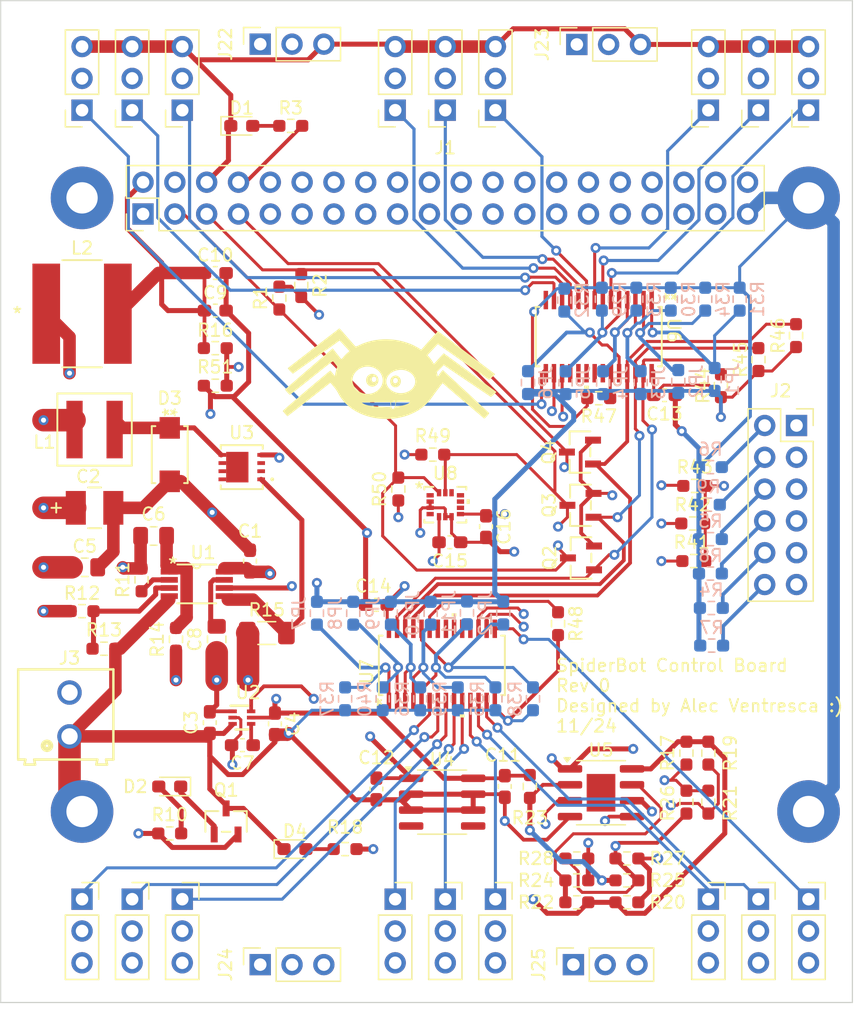
<source format=kicad_pcb>
(kicad_pcb (version 20240108) (generator "pcbnew") (generator_version "8.0")
  (layers (0 "F.Cu" signal) (1 "In1.Cu" signal) (2 "In2.Cu" power) (31 "B.Cu" signal) (34 "B.Paste" user) (35 "F.Paste" user) (36 "B.SilkS" user "B.Silkscreen") (37 "F.SilkS" user "F.Silkscreen") (38 "B.Mask" user) (39 "F.Mask" user) (44 "Edge.Cuts" user))
  (net 0 "")
  (net 1 "Net-(U1-ADJ)")
  (net 2 "Net-(U2-CB)")
  (net 3 "7.4V_batt")
  (net 4 "GND")
  (net 5 "5V_pi")
  (net 6 "Net-(U2-SW)")
  (net 7 "Net-(U1-VCC)")
  (net 8 "6V_servo")
  (net 9 "3V3_pi")
  (net 10 "Net-(U4-OUT)")
  (net 11 "Net-(D1-A)")
  (net 12 "Net-(D2-K)")
  (net 13 "Net-(D2-A)")
  (net 14 "Net-(D3-K)")
  (net 15 "Net-(D4-A)")
  (net 16 "Net-(J1-Pin_8)")
  (net 29 "BattLow")
  (net 30 "SDA_3V3")
  (net 31 "SCL_3V3")
  (net 39 "/servo_control/servo0")
  (net 40 "/servo_control/servo3")
  (net 41 "/servo_control/servo6")
  (net 42 "/servo_control/servo1")
  (net 43 "/servo_control/servo4")
  (net 44 "/servo_control/servo7")
  (net 45 "/servo_control/servo2")
  (net 46 "/servo_control/servo5")
  (net 47 "/servo_control/servo8")
  (net 48 "/servo_control/servo9")
  (net 49 "/servo_control/servo12")
  (net 50 "/servo_control/servo15")
  (net 51 "/servo_control/servo10")
  (net 52 "/servo_control/servo13")
  (net 53 "/servo_control/servo16")
  (net 54 "/servo_control/servo11")
  (net 55 "/servo_control/servo14")
  (net 56 "/servo_control/servo17")
  (net 57 "/servo_control/pwm1")
  (net 58 "/servo_control/pwm3")
  (net 59 "/servo_control/pwm2")
  (net 60 "/servo_control/pwm4")
  (net 61 "Net-(JP1-B)")
  (net 62 "Net-(JP2-B)")
  (net 63 "Net-(JP3-B)")
  (net 64 "Net-(JP4-B)")
  (net 65 "Net-(JP5-B)")
  (net 66 "Net-(JP7-B)")
  (net 67 "Net-(JP8-B)")
  (net 68 "Net-(JP9-B)")
  (net 69 "Net-(JP10-B)")
  (net 70 "Net-(JP11-B)")
  (net 71 "/servo_control/SDA_5V")
  (net 72 "/servo_control/SCL_5V")
  (net 73 "CLK_3V3")
  (net 74 "/servo_control/CLK_5V")
  (net 75 "Net-(U1-FB)")
  (net 76 "Net-(U1-RT)")
  (net 77 "Net-(U2-FB)")
  (net 78 "Net-(U1-ISEN)")
  (net 79 "Net-(U1-PGATE)")
  (net 86 "Net-(U5A-+)")
  (net 87 "Net-(U5B--)")
  (net 88 "Net-(U5B-+)")
  (net 89 "Net-(R22-Pad2)")
  (net 90 "Net-(U5A--)")
  (net 91 "Net-(U6-*OE)")
  (net 92 "Net-(U7-*OE)")
  (net 111 "/servo_control/A5_1")
  (net 112 "/servo_control/A5_2")
  (net 114 "Net-(J1-Pin_37)")
  (net 115 "Net-(J1-Pin_27)")
  (net 117 "Net-(J1-Pin_35)")
  (net 118 "Net-(J1-Pin_29)")
  (net 119 "Net-(J1-Pin_33)")
  (net 122 "Net-(J1-Pin_31)")
  (footprint "Capacitor_SMD:C_0603_1608Metric_Pad1.08x0.95mm_HandSolder" (layer "F.Cu") (at 33.75 47 -90)
    (property "Reference" "C11")
    (property "Value" "0.1")
  )
  (footprint "Spiderbot:PCAP_TPB_B2_PAN" (layer "F.Cu") (at 1 24.75)
    (property "Reference" "C2")
    (property "Value" "33uF")
  )
  (footprint "Capacitor_SMD:C_0603_1608Metric_Pad1.08x0.95mm_HandSolder" (layer "F.Cu") (at 10.2 41.9 -90)
    (property "Reference" "C3")
    (property "Value" "10uF")
  )
  (footprint "Capacitor_SMD:C_0805_2012Metric_Pad1.18x1.45mm_HandSolder" (layer "F.Cu") (at 0.2125 29.5)
    (property "Reference" "C5")
    (property "Value" "2.7nF")
  )
  (footprint "Connector_PinSocket_2.54mm:PinSocket_1x03_P2.54mm_Vertical" (layer "F.Cu") (at 58 56)
    (property "Reference" "J21" (hide yes))
    (property "Value" "Conn_01x03")
  )
  (footprint "Resistor_SMD:R_0603_1608Metric_Pad0.98x0.95mm_HandSolder" (layer "F.Cu") (at 15.75 8 -90)
    (property "Reference" "R1")
    (property "Value" "10k")
  )
  (footprint "Spiderbot:SOT-23_3L_ONS" (layer "F.Cu") (at 39.7914 24.5475 90)
    (property "Reference" "Q3")
    (property "Value" "BSS138")
  )
  (footprint "Capacitor_SMD:C_0805_2012Metric_Pad1.18x1.45mm_HandSolder" (layer "F.Cu") (at 10.75 35.25 90)
    (property "Reference" "C8")
    (property "Value" "470nF")
  )
  (footprint "Resistor_SMD:R_0603_1608Metric_Pad0.98x0.95mm_HandSolder" (layer "F.Cu") (at 39.5 56.25 180)
    (property "Reference" "R22")
    (property "Value" "10k")
  )
  (footprint "Resistor_SMD:R_0603_1608Metric_Pad0.98x0.95mm_HandSolder" (layer "F.Cu") (at 54 12.9125 90)
    (property "Reference" "R45")
    (property "Value" "10k")
  )
  (footprint "Connector_PinSocket_2.54mm:PinSocket_1x03_P2.54mm_Vertical" (layer "F.Cu") (at 29 56)
    (property "Reference" "J17" (hide yes))
    (property "Value" "Conn_01x03")
  )
  (footprint "Spiderbot:DIODE_SODB340_2P92X4P6_DIO" (layer "F.Cu") (at 7 20.5 -90)
    (property "Reference" "D3")
    (property "Value" "D_Schottky")
  )
  (footprint "Resistor_SMD:R_0603_1608Metric_Pad0.98x0.95mm_HandSolder" (layer "F.Cu") (at 7.5 35.25 -90)
    (property "Reference" "R14")
    (property "Value" "4.12k" (hide yes))
  )
  (footprint "Connector_PinSocket_2.54mm:PinSocket_1x03_P2.54mm_Vertical" (layer "F.Cu") (at 0 56)
    (property "Reference" "J13" (hide yes))
    (property "Value" "Conn_01x03" (hide yes))
  )
  (footprint "Resistor_SMD:R_0603_1608Metric_Pad0.98x0.95mm_HandSolder" (layer "F.Cu") (at 4.75 30.5 90)
    (property "Reference" "R11")
    (property "Value" "56.2k" (hide yes))
  )
  (footprint "Resistor_SMD:R_0603_1608Metric_Pad0.98x0.95mm_HandSolder" (layer "F.Cu") (at 10.6375 15 180)
    (property "Reference" "R51")
    (property "Value" "10k")
  )
  (footprint "Spiderbot:IND_SRP5030CA_BRN" (layer "F.Cu") (at 1 18.5)
    (property "Reference" "L1")
    (property "Value" "600nH")
  )
  (footprint "Resistor_SMD:R_0603_1608Metric_Pad0.98x0.95mm_HandSolder" (layer "F.Cu") (at 39.5 54.5)
    (property "Reference" "R24")
    (property "Value" "1k")
  )
  (footprint "Resistor_SMD:R_0603_1608Metric_Pad0.98x0.95mm_HandSolder" (layer "F.Cu") (at 28 20.5)
    (property "Reference" "R49")
    (property "Value" "10k")
  )
  (footprint "Resistor_SMD:R_0603_1608Metric_Pad0.98x0.95mm_HandSolder" (layer "F.Cu") (at 43.5 56.25)
    (property "Reference" "R20")
    (property "Value" "10k")
  )
  (footprint "Connector_PinSocket_2.54mm:PinSocket_1x03_P2.54mm_Vertical" (layer "F.Cu") (at 25 -7 180)
    (property "Reference" "J7" (hide yes))
    (property "Value" "Conn_01x03" (hide yes))
  )
  (footprint "Resistor_SMD:R_0603_1608Metric_Pad0.98x0.95mm_HandSolder" (layer "F.Cu") (at 0 33)
    (property "Reference" "R12")
    (property "Value" "10k")
  )
  (footprint "Resistor_SMD:R_0603_1608Metric_Pad0.98x0.95mm_HandSolder" (layer "F.Cu") (at 35.75 47 -90)
    (property "Reference" "R23")
    (property "Value" "82k")
  )
  (footprint "Package_SO:SOIC-8_3.9x4.9mm_P1.27mm" (layer "F.Cu") (at 28.75 48.25)
    (property "Reference" "U4")
    (property "Value" "LM78L05_SO8")
  )
  (footprint "Resistor_SMD:R_0603_1608Metric_Pad0.98x0.95mm_HandSolder" (layer "F.Cu") (at 48.8375 29 180)
    (property "Reference" "R41")
    (property "Value" "10k")
  )
  (footprint "Connector_PinSocket_2.54mm:PinSocket_1x03_P2.54mm_Vertical" (layer "F.Cu") (at 25 56)
    (property "Reference" "J16" (hide yes))
    (property "Value" "Conn_01x03")
  )
  (footprint "Spiderbot:Terminal" (layer "F.Cu") (at -1 41.25 90)
    (property "Reference" "J3")
    (property "Value" "Terminal Block" (hide yes))
  )
  (footprint "Connector_PinSocket_2.54mm:PinSocket_1x03_P2.54mm_Vertical" (layer "F.Cu") (at 14.225 61.225 90)
    (property "Reference" "J24")
    (property "Value" "Conn_01x03")
  )
  (footprint "Capacitor_SMD:C_0603_1608Metric_Pad1.08x0.95mm_HandSolder" (layer "F.Cu") (at 23.5 32.5 180)
    (property "Reference" "C14")
    (property "Value" "10uF")
  )
  (footprint "Resistor_SMD:R_0603_1608Metric_Pad0.98x0.95mm_HandSolder" (layer "F.Cu") (at 17.5 7 90)
    (property "Reference" "R2")
    (property "Value" "10k")
  )
  (footprint "Spiderbot:DRL0006A" (layer "F.Cu") (at 12.759999 41.500001)
    (property "Reference" "U2")
    (property "Value" "TPS563231DRLR" (hide yes))
  )
  (footprint "Resistor_SMD:R_0603_1608Metric_Pad0.98x0.95mm_HandSolder" (layer "F.Cu") (at 7 50.75)
    (property "Reference" "R10")
    (property "Value" "2.1k")
  )
  (footprint "Resistor_SMD:R_0603_1608Metric_Pad0.98x0.95mm_HandSolder" (layer "F.Cu") (at 39.5 52.75)
    (property "Reference" "R28")
    (property "Value" "2k")
  )
  (footprint "Spiderbot:SOT-23_3L_ONS" (layer "F.Cu") (at 39.8328 28.75 90)
    (property "Reference" "Q2")
    (property "Value" "BSS138")
  )
  (footprint "Resistor_SMD:R_0603_1608Metric_Pad0.98x0.95mm_HandSolder" (layer "F.Cu") (at 50 48.25 -90)
    (property "Reference" "R21")
    (property "Value" "750k")
  )
  (footprint "Resistor_SMD:R_0603_1608Metric_Pad0.98x0.95mm_HandSolder" (layer "F.Cu") (at 16.6625 -5.75)
    (property "Reference" "R3")
    (property "Value" "1.2k")
  )
  (footprint "Connector_PinSocket_2.54mm:PinSocket_1x03_P2.54mm_Vertical" (layer "F.Cu") (at 54 -7 180)
    (property "Reference" "J11" (hide yes))
    (property "Value" "Conn_01x03" (hide yes))
  )
  (footprint "Resistor_SMD:R_0603_1608Metric_Pad0.98x0.95mm_HandSolder" (layer "F.Cu") (at 25.25 23.25 90)
    (property "Reference" "R50")
    (property "Value" "10k")
  )
  (footprint "Capacitor_SMD:C_0603_1608Metric_Pad1.08x0.95mm_HandSolder" (layer "F.Cu") (at 29.3625 27.5)
    (property "Reference" "C15")
    (property "Value" "100nF")
  )
  (footprint "Connector_PinSocket_2.54mm:PinSocket_1x03_P2.54mm_Vertical" (layer "F.Cu") (at 33 -7 180)
    (property "Reference" "J9" (hide yes))
    (property "Value" "Conn_01x03" (hide yes))
  )
  (footprint "Resistor_SMD:R_0603_1608Metric_Pad0.98x0.95mm_HandSolder" (layer "F.Cu") (at 43.5 54.5)
    (property "Reference" "R25")
    (property "Value" "27k")
  )
  (footprint "Resistor_SMD:R_0603_1608Metric_Pad0.98x0.95mm_HandSolder" (layer "F.Cu") (at 10.6375 12)
    (property "Reference" "R16")
    (property "Value" "73.2k")
  )
  (footprint "Resistor_SMD:R_0603_1608Metric_Pad0.98x0.95mm_HandSolder" (layer "F.Cu") (at 50 44.3375 -90)
    (property "Reference" "R19")
    (property "Value" "10k")
  )
  (footprint "Resistor_SMD:R_0603_1608Metric_Pad0.98x0.95mm_HandSolder" (layer "F.Cu") (at 51 15 90)
    (property "Reference" "R44")
    (property "Value" "10k")
  )
  (footprint "Capacitor_SMD:C_0603_1608Metric_Pad1.08x0.95mm_HandSolder" (layer "F.Cu") (at 23.5 47.2 -90)
    (property "Reference" "C12")
    (property "Value" "0.1")
  )
  (footprint "Connector_PinSocket_2.54mm:PinSocket_1x03_P2.54mm_Vertical" (layer "F.Cu") (at 29 -7 180)
    (property "Reference" "J8" (hide yes))
    (property "Value" "Conn_01x03" (hide yes))
  )
  (footprint "Spiderbot:MountingHole_2.5mm_Pad_TopBottom" (layer "F.Cu") (at 58 49)
    (property "Reference" "H4" (hide yes))
    (property "Value" "MountingHole_Pad" (hide yes))
  )
  (footprint "Capacitor_SMD:C_0603_1608Metric_Pad1.08x0.95mm_HandSolder" (layer "F.Cu") (at 13.4096 29 90)
    (property "Reference" "C1")
    (property "Value" "22uF")
  )
  (footprint "Spiderbot:MountingHole_2.5mm_Pad_TopBottom" (layer "F.Cu") (at 0 0)
    (property "Reference" "H1" (hide yes))
    (property "Value" "MountingHole_Pad" (hide yes))
  )
  (footprint "Connector_PinSocket_2.54mm:PinSocket_1x03_P2.54mm_Vertical" (layer "F.Cu") (at 58 -7 180)
    (property "Reference" "J12" (hide yes))
    (property "Value" "Conn_01x03" (hide yes))
  )
  (footprint "Spiderbot:LGA-14L_2P5X3X0P83_STM" (layer "F.Cu") (at 29 24.5)
    (property "Reference" "U8")
    (property "Value" "LSM6DSO32TR")
  )
  (footprint "Spiderbot:SOT-23_3L_ONS" (layer "F.Cu") (at 11.5 49.7914)
    (property "Reference" "Q1")
    (property "Value" "BSS138")
  )
  (footprint "Connector_PinSocket_2.54mm:PinSocket_1x03_P2.54mm_Vertical" (layer "F.Cu") (at 14.225 -12.275 90)
    (property "Reference" "J22")
    (property "Value" "Conn_01x03" (hide yes))
  )
  (footprint "Resistor_SMD:R_0603_1608Metric_Pad0.98x0.95mm_HandSolder" (layer "F.Cu") (at 43.5 52.75 180)
    (property "Reference" "R27")
    (property "Value" "10k")
  )
  (footprint "Capacitor_SMD:C_0603_1608Metric_Pad1.08x0.95mm_HandSolder" (layer "F.Cu") (at 46.5 15.75)
    (property "Reference" "C13")
    (property "Value" "10uF")
  )
  (footprint "Capacitor_SMD:C_0603_1608Metric_Pad1.08x0.95mm_HandSolder" (layer "F.Cu") (at 10.6375 9)
    (property "Reference" "C9")
    (property "Value" "22uF")
  )
  (footprint "Resistor_SMD:R_0603_1608Metric_Pad0.98x0.95mm_HandSolder" (layer "F.Cu") (at 57 11 90)
    (property "Reference" "R46")
    (property "Value" "10k")
  )
  (footprint "Resistor_SMD:R_0603_1608Metric_Pad0.98x0.95mm_HandSolder" (layer "F.Cu") (at 21 52 180)
    (property "Reference" "R18")
    (property "Value" "1.6k")
  )
  (footprint "Resistor_SMD:R_0603_1608Metric_Pad0.98x0.95mm_HandSolder" (layer "F.Cu") (at 38 34 -90)
    (property "Reference" "R48")
    (property "Value" "10k")
  )
  (footprint "Spiderbot:MountingHole_2.5mm_Pad_TopBottom" (layer "F.Cu") (at 58 0)
    (property "Reference" "H2" (hide yes))
    (property "Value" "MountingHole_Pad" (hide yes))
  )
  (footprint "Capacitor_SMD:C_0603_1608Metric_Pad1.08x0.95mm_HandSolder" (layer "F.Cu") (at 10.6375 6)
    (property "Reference" "C10")
    (property "Value" "100nF")
  )
  (footprint "Spiderbot:CSD25402Q3A" (layer "F.Cu") (at 12.75 21.5 180)
    (property "Reference" "U3")
    (property "Value" "CSD25402Q3A" (hide yes))
  )
  (footprint "Spiderbot:IND_BOURNS_SRN8040" (layer "F.Cu") (at 0 9.25)
    (property "Reference" "L2")
    (property "Value" "3.3uH")
  )
  (footprint "Spiderbot:MUA08A" (layer "F.Cu") (at 9.1596 30.825001)
    (property "Reference" "U1")
    (property "Value" "LM25085MM/NOPB" (hide yes))
  )
  (footprint "Connector_PinSocket_2.54mm:PinSocket_1x03_P2.54mm_Vertical" (layer "F.Cu") (at 0 -7 180)
    (property "Reference" "J4" (hide yes))
    (property "Value" "Conn_01x03" (hide yes))
  )
  (footprint "Connector_PinSocket_2.54mm:PinSocket_1x03_P2.54mm_Vertical" (layer "F.Cu") (at 54 56)
    (property "Reference" "J20" (hide yes))
    (property "Value" "Conn_01x03")
  )
  (footprint "Spiderbot:SOT361-1_NXP" (layer "F.Cu") (at 28.725001 37.329 90)
    (property "Reference" "U7")
    (property "Value" "PCA9685PW")
  )
  (footprint "LED_SMD:LED_0603_1608Metric_Pad1.05x0.95mm_HandSolder" (layer "F.Cu") (at 12.75 -5.75)
    (property "Reference" "D1")
    (property "Value" "LED Blue")
  )
  (footprint "Connector_PinSocket_2.54mm:PinSocket_1x03_P2.54mm_Vertical" (layer "F.Cu") (at 33 56)
    (property "Reference" "J18" (hide yes))
    (property "Value" "Conn_01x03")
  )
  (footprint "LED_SMD:LED_0603_1608Metric_Pad1.05x0.95mm_HandSolder" (layer "F.Cu") (at 7 47 180)
    (property "Reference" "D2")
    (property "Value" "Green LED")
  )
  (footprint "Capacitor_SMD:C_0805_2012Metric_Pad1.18x1.45mm_HandSolder" (layer "F.Cu") (at 5.7125 27 180)
    (property "Reference" "C6")
    (property "Value" "1nF" (hide yes))
  )
  (footprint "Resistor_SMD:R_0603_1608Metric_Pad0.98x0.95mm_HandSolder" (layer "F.Cu") (at 48.75 26 180)
    (property "Reference" "R42")
    (property "Value" "10k")
  )
  (footprint "Resistor_SMD:R_0603_1608Metric_Pad0.98x0.95mm_HandSolder" (layer "F.Cu") (at 48.25 44.3375 -90)
    (property "Reference" "R17")
    (property "Value" "51k")
  )
  (footprint "Capacitor_SMD:C_0603_1608Metric_Pad1.08x0.95mm_HandSolder" (layer "F.Cu") (at 32.25 26.25 -90)
    (property "Reference" "C16")
    (property "Value" "100nF")
  )
  (footprint "Connector_PinSocket_2.54mm:PinSocket_1x03_P2.54mm_Vertical" (layer "F.Cu") (at 39.225 61.225 90)
    (property "Reference" "J25")
    (property "Value" "Conn_01x03")
  )
  (footprint "Connector_PinSocket_2.54mm:PinSocket_1x03_P2.54mm_Vertical" (layer "F.Cu") (at 4 -7 180)
    (property "Reference" "J5" (hide yes))
    (property "Value" "Conn_01x03" (hide yes))
  )
  (footprint "Connector_PinSocket_2.54mm:PinSocket_1x03_P2.54mm_Vertical" (layer "F.Cu") (at 8 56)
    (property "Reference" "J15" (hide yes))
    (property "Value" "Conn_01x03" (hide yes))
  )
  (footprint "Connector_PinSocket_2.54mm:PinSocket_1x03_P2.54mm_Vertical" (layer "F.Cu") (at 8 -7 180)
    (property "Reference" "J6" (hide yes))
    (property "Value" "Conn_01x03" (hide yes))
  )
  (footprint "Spiderbot:MountingHole_2.5mm_Pad_TopBottom" (layer "F.Cu") (at 0 49)
    (property "Reference" "H3" (hide yes))
    (property "Value" "MountingHole_Pad" (hide yes))
  )
  (footprint "Resistor_SMD:R_0603_1608Metric_Pad0.98x0.95mm_HandSolder" (layer "F.Cu") (at 48.9125 23 180)
    (property "Reference" "R43")
    (property "Value" "10k")
  )
  (footprint "Connector_PinSocket_2.54mm:PinSocket_2x06_P2.54mm_Vertical" (layer "F.Cu") (at 57.04 18.175)
    (property "Reference" "J2")
    (property "Value" "Leg Switches")
  )
  (footprint "Resistor_SMD:R_0603_1608Metric_Pad0.98x0.95mm_HandSolder" (layer "F.Cu") (at 41.25 16 180)
    (property "Reference" "R47")
    (property "Value" "10k")
  )
  (footprint "LED_SMD:LED_0603_1608Metric_Pad1.05x0.95mm_HandSolder" (layer "F.Cu") (at 17 52)
    (property "Reference" "D4")
    (property "Value" "LED Red")
  )
  (footprint "Capacitor_SMD:C_1206_3216Metric_Pad1.33x1.80mm_HandSolder" (layer "F.Cu") (at 14.75 34.75)
    (property "Reference" "R15")
    (property "Value" "10m")
  )
  (footprint "Capacitor_SMD:C_0603_1608Metric_Pad1.08x0.95mm_HandSolder" (layer "F.Cu") (at 12.8 43.7 180)
    (property "Reference" "C7")
    (property "Value" "100nF")
  )
  (footprint "Connector_PinSocket_2.54mm:PinSocket_1x03_P2.54mm_Vertical" (layer "F.Cu") (at 39.5 -12.25 90)
    (property "Reference" "J23")
    (property "Value" "Conn_01x03" (hide yes))
  )
  (footprint "Connector_PinSocket_2.54mm:PinSocket_1x03_P2.54mm_Vertical" (layer "F.Cu") (at 50 -7 180)
    (property "Reference" "J10" (hide yes))
    (property "Value" "Conn_01x03" (hide yes))
  )
  (footprint "Connector_PinSocket_2.54mm:PinSocket_2x20_P2.54mm_Vertical" (layer "F.Cu") (at 29 0 90)
    (property "Reference" "J1")
    (property "Value" "Ras Pi 4 Interface")
  )
  (footprint "Capacitor_SMD:C_0603_1608Metric_Pad1.08x0.95mm_HandSolder" (layer "F.Cu") (at 15.4 42 -90)
    (property "Reference" "C4")
    (property "Value" "100nF")
  )
  (footprint "Connector_PinSocket_2.54mm:PinSocket_1x03_P2.54mm_Vertical" (layer "F.Cu") (at 50 56)
    (property "Reference" "J19" (hide yes))
    (property "Value" "Conn_01x03")
  )
  (footprint "Resistor_SMD:R_0603_1608Metric_Pad0.98x0.95mm_HandSolder" (layer "F.Cu") (at 48.25 48.25 -90)
    (property "Reference" "R26")
    (property "Value" "30k")
  )
  (footprint "Spiderbot:SOT361-1_NXP" (layer "F.Cu") (at 41.25 11.079 -90)
    (property "Reference" "U6")
    (property "Value" "PCA9685PW")
  )
  (footprint "Spiderbot:SOT-23_3L_ONS" (layer "F.Cu") (at 39.75 20.2975 90)
    (property "Reference" "Q4")
    (property "Value" "BSS138")
  )
  (footprint "Package_SO:SOIC-8-1EP_3.9x4.9mm_P1.27mm_EP2.29x3mm" (layer "F.Cu") (at 41.43 47.5)
    (property "Reference" "U5")
    (property "Value" "LM393")
  )
  (footprint "Resistor_SMD:R_0603_1608Metric_Pad0.98x0.95mm_HandSolder" (layer "F.Cu") (at 1.75 36)
    (property "Reference" "R13")
    (property "Value" "2.64k")
  )
  (footprint "Connector_PinSocket_2.54mm:PinSocket_1x03_P2.54mm_Vertical" (layer "F.Cu") (at 4 56)
    (property "Reference" "J14" (hide yes))
    (property "Value" "Conn_01x03" (hide yes))
  )
  (footprint "Resistor_SMD:R_0603_1608Metric_Pad0.98x0.95mm_HandSolder" (layer "B.Cu") (at 47.6 14.6625 90)
    (property "Reference" "JP2")
    (property "Value" "SolderJumper_2_Open" (hide yes))
  )
  (footprint "Resistor_SMD:R_0603_1608Metric_Pad0.98x0.95mm_HandSolder" (layer "B.Cu") (at 49.75 8.0875 90)
    (property "Reference" "R34")
    (property "Value" "10k")
  )
  (footprint "Resistor_SMD:R_0603_1608Metric_Pad0.98x0.95mm_HandSolder" (layer "B.Cu") (at 44.6 14.75 90)
    (property "Reference" "JP3")
    (property "Value" "SolderJumper_2_Open" (hide yes))
  )
  (footprint "Resistor_SMD:R_0603_1608Metric_Pad0.98x0.95mm_HandSolder" (layer "B.Cu") (at 52.5 8.0875 90)
    (property "Reference" "R31")
    (property "Value" "10k")
  )
  (footprint "Resistor_SMD:R_0603_1608Metric_Pad0.98x0.95mm_HandSolder" (layer "B.Cu") (at 47 8.0875 90)
    (property "Reference" "R30")
    (property "Value" "10k")
  )
  (footprint "Resistor_SMD:R_0603_1608Metric_Pad0.98x0.95mm_HandSolder" (layer "B.Cu") (at 36 40 -90)
    (property "Reference" "R38")
    (property "Value" "10k")
  )
  (footprint "Resistor_SMD:R_0603_1608Metric_Pad0.98x0.95mm_HandSolder" (layer "B.Cu") (at 24.65 33.1625 -90)
    (property "Reference" "JP9")
    (property "Value" "SolderJumper_2_Open" (hide yes))
  )
  (footprint "Resistor_SMD:R_0603_1608Metric_Pad0.98x0.95mm_HandSolder" (layer "B.Cu") (at 30.73 33.1375 -90)
    (property "Reference" "JP11")
    (property "Value" "SolderJumper_2_Open" (hide yes))
  )
  (footprint "Resistor_SMD:R_0603_1608Metric_Pad0.98x0.95mm_HandSolder" (layer "B.Cu") (at 24 40 -90)
    (property "Reference" "R40")
    (property "Value" "10k")
  )
  (footprint "Resistor_SMD:R_0603_1608Metric_Pad0.98x0.95mm_HandSolder" (layer "B.Cu") (at 41.6 14.7625 90)
    (property "Reference" "JP4")
    (property "Value" "SolderJumper_2_Open" (hide yes))
  )
  (footprint "Resistor_SMD:R_0603_1608Metric_Pad0.98x0.95mm_HandSolder" (layer "B.Cu") (at 30 40 -90)
    (property "Reference" "R39")
    (property "Value" "10k")
  )
  (footprint "Resistor_SMD:R_0603_1608Metric_Pad0.98x0.95mm_HandSolder" (layer "B.Cu") (at 33.63 33.15 -90)
    (property "Reference" "JP12")
    (property "Value" "SolderJumper_2_Open" (hide yes))
  )
  (footprint "Resistor_SMD:R_0603_1608Metric_Pad0.98x0.95mm_HandSolder" (layer "B.Cu") (at 50 24.5 180)
    (property "Reference" "R9")
    (property "Value" "10k")
  )
  (footprint "Resistor_SMD:R_0603_1608Metric_Pad0.98x0.95mm_HandSolder" (layer "B.Cu") (at 38.5 8.162507 90)
    (property "Reference" "R32")
    (property "Value" "10k")
  )
  (footprint "Resistor_SMD:R_0603_1608Metric_Pad0.98x0.95mm_HandSolder" (layer "B.Cu") (at 50.2375 32.75 180)
    (property "Reference" "R4")
    (property "Value" "10k")
  )
  (footprint "Resistor_SMD:R_0603_1608Metric_Pad0.98x0.95mm_HandSolder" (layer "B.Cu") (at 50.1625 30 180)
    (property "Reference" "R8")
    (property "Value" "10k")
  )
  (footprint "Resistor_SMD:R_0603_1608Metric_Pad0.98x0.95mm_HandSolder" (layer "B.Cu") (at 21 40 -90)
    (property "Reference" "R37")
    (property "Value" "10k")
  )
  (footprint "Resistor_SMD:R_0603_1608Metric_Pad0.98x0.95mm_HandSolder" (layer "B.Cu") (at 41.5 8.0875 90)
    (property "Reference" "R29")
    (property "Value" "10k")
  )
  (footprint "Resistor_SMD:R_0603_1608Metric_Pad0.98x0.95mm_HandSolder" (layer "B.Cu") (at 50.5 14.5 90)
    (property "Reference" "JP1")
    (property "Value" "SolderJumper_2_Open" (hide yes))
  )
  (footprint "Resistor_SMD:R_0603_1608Metric_Pad0.98x0.95mm_HandSolder" (layer "B.Cu") (at 18.75 33.1625 -90)
    (property "Reference" "JP7")
    (property "Value" "SolderJumper_2_Open" (hide yes))
  )
  (footprint "Resistor_SMD:R_0603_1608Metric_Pad0.98x0.95mm_HandSolder" (layer "B.Cu") (at 50.2625 35.75 180)
    (property "Reference" "R7")
    (property "Value" "10k")
  )
  (footprint "Resistor_SMD:R_0603_1608Metric_Pad0.98x0.95mm_HandSolder" (layer "B.Cu") (at 44.25 8.0875 90)
    (property "Reference" "R33")
    (property "Value" "10k")
  )
  (footprint "Resistor_SMD:R_0603_1608Metric_Pad0.98x0.95mm_HandSolder" (layer "B.Cu") (at 27 40 -90)
    (property "Reference" "R36")
    (property "Value" "10k")
  )
  (footprint "Resistor_SMD:R_0603_1608Metric_Pad0.98x0.95mm_HandSolder" (layer "B.Cu") (at 27.83 33.1625 -90)
    (property "Reference" "JP10")
    (property "Value" "SolderJumper_2_Open" (hide yes))
  )
  (footprint "Resistor_SMD:R_0603_1608Metric_Pad0.98x0.95mm_HandSolder" (layer "B.Cu") (at 21.65 33.1625 -90)
    (property "Reference" "JP8")
    (property "Value" "SolderJumper_2_Open" (hide yes))
  )
  (footprint "Resistor_SMD:R_0603_1608Metric_Pad0.98x0.95mm_HandSolder" (layer "B.Cu") (at 50.1625 27.25 180)
    (property "Reference" "R5")
    (property "Value" "10k")
  )
  (footprint "Resistor_SMD:R_0603_1608Metric_Pad0.98x0.95mm_HandSolder" (layer "B.Cu") (at 35.6 14.75 90)
    (property "Reference" "JP6")
    (property "Value" "SolderJumper_2_Open" (hide yes))
  )
  (footprint "Resistor_SMD:R_0603_1608Metric_Pad0.98x0.95mm_HandSolder" (layer "B.Cu") (at 50.1625 21.5 180)
    (property "Reference" "R6")
    (property "Value" "10k")
  )
  (footprint "Resistor_SMD:R_0603_1608Metric_Pad0.98x0.95mm_HandSolder" (layer "B.Cu") (at 38.6 14.7625 90)
    (property "Reference" "JP5")
    (property "Value" "SolderJumper_2_Open" (hide yes))
  )
  (footprint "Resistor_SMD:R_0603_1608Metric_Pad0.98x0.95mm_HandSolder" (layer "B.Cu") (at 33 40 -90)
    (property "Reference" "R35")
    (property "Value" "10k")
  )
  (gr_poly (pts (xy 20.56576 10.428397) (xy 20.603091 10.468465) (xy 20.735389 10.615846) (xy 20.927864 10.834119) (xy 21.160509 11.100761) (xy 21.396265 11.371267) (xy 21.59712 11.600063) (xy 21.741794 11.763029) (xy 21.786411 11.812286) (xy 21.809002 11.836039) (xy 21.818094 11.844364) (xy 21.826558 11.851435) (xy 21.834825 11.857144) (xy 21.843325 11.861387) (xy 21.852488 11.864057) (xy 21.862747 11.865048) (xy 21.87453 11.864255) (xy 21.88827 11.861571) (xy 21.904396 11.85689) (xy 21.92334 11.850106) (xy 21.945532 11.841114) (xy 21.971402 11.829806) (xy 22.035902 11.799823) (xy 22.120285 11.75931) (xy 22.409241 11.632315) (xy 22.707244 11.525285) (xy 23.012812 11.438125) (xy 23.324464 11.37074) (xy 23.640717 11.323037) (xy 23.960091 11.294919) (xy 24.281104 11.286294) (xy 24.602275 11.297066) (xy 24.922122 11.327141) (xy 25.239163 11.376423) (xy 25.551917 11.44482) (xy 25.858903 11.532235) (xy 26.158639 11.638575) (xy 26.449643 11.763744) (xy 26.730435 11.907649) (xy 26.999532 12.070195) (xy 27.079899 12.122781) (xy 27.736132 11.383468) (xy 27.868453 11.234941) (xy 27.992837 11.096379) (xy 28.106494 10.970815) (xy 28.206636 10.86128) (xy 28.290471 10.770808) (xy 28.355211 10.702431) (xy 28.398065 10.659181) (xy 28.410413 10.647926) (xy 28.414165 10.645057) (xy 28.416244 10.64409) (xy 28.604653 10.779596) (xy 29.099959 11.148552) (xy 30.71018 12.361435) (xy 32.980305 14.078779) (xy 32.746018 14.309232) (xy 32.717379 14.337217) (xy 32.690346 14.363208) (xy 32.664915 14.387208) (xy 32.641081 14.409221) (xy 32.61884 14.42925) (xy 32.598187 14.447299) (xy 32.579117 14.463373) (xy 32.561626 14.477473) (xy 32.54571 14.489605) (xy 32.531363 14.499771) (xy 32.518582 14.507976) (xy 32.512777 14.511344) (xy 32.507362 14.514223) (xy 32.502335 14.516614) (xy 32.497697 14.518516) (xy 32.493447 14.519931) (xy 32.489584 14.520858) (xy 32.486108 14.521299) (xy 32.483018 14.521254) (xy 32.480314 14.520723) (xy 32.477995 14.519707) (xy 30.534249 13.17373) (xy 28.559251 11.792382) (xy 28.409496 11.677751) (xy 28.157282 11.945576) (xy 27.742481 12.384453) (xy 27.579896 12.555507) (xy 27.74235 12.751034) (xy 27.776871 12.793501) (xy 27.812716 12.839277) (xy 27.84884 12.886919) (xy 27.884199 12.934986) (xy 27.917747 12.982035) (xy 27.948439 13.026626) (xy 27.975231 13.067317) (xy 27.997077 13.102665) (xy 28.089284 13.258769) (xy 28.476701 12.833385) (xy 28.554766 12.74795) (xy 28.628123 12.668275) (xy 28.695127 12.5961) (xy 28.754133 12.533166) (xy 28.803496 12.481215) (xy 28.841572 12.441986) (xy 28.866715 12.417222) (xy 28.873922 12.410809) (xy 28.876095 12.409189) (xy 28.87728 12.408664) (xy 30.981453 13.943627) (xy 33.074366 15.49377) (xy 33.074287 15.497983) (xy 33.071783 15.504094) (xy 33.060112 15.52146) (xy 33.04058 15.544777) (xy 33.014411 15.572949) (xy 32.982831 15.604883) (xy 32.947064 15.639485) (xy 32.867875 15.712316) (xy 32.786646 15.782692) (xy 32.748329 15.814224) (xy 32.713178 15.841861) (xy 32.682419 15.864508) (xy 32.657276 15.881071) (xy 32.638974 15.890457) (xy 32.632772 15.892117) (xy 32.62874 15.891572) (xy 30.841786 14.691818) (xy 29.011622 13.453767) (xy 28.87331 13.353886) (xy 28.601385 13.629782) (xy 28.329526 13.905741) (xy 28.363591 14.088966) (xy 28.397656 14.272256) (xy 28.590934 14.002249) (xy 28.624068 13.956021) (xy 28.653295 13.915489) (xy 28.67894 13.880349) (xy 28.690522 13.864707) (xy 28.701332 13.8503) (xy 28.71141 13.837091) (xy 28.720797 13.825041) (xy 28.729535 13.814113) (xy 28.737663 13.804269) (xy 28.745224 13.795471) (xy 28.752257 13.787682) (xy 28.758804 13.780864) (xy 28.764906 13.77498) (xy 28.770603 13.769991) (xy 28.775937 13.765859) (xy 28.77848 13.764103) (xy 28.780948 13.762548) (xy 28.783345 13.761188) (xy 28.785677 13.760018) (xy 28.787949 13.759035) (xy 28.790166 13.758234) (xy 28.792333 13.757609) (xy 28.794455 13.757156) (xy 28.796537 13.756871) (xy 28.798584 13.756748) (xy 28.800602 13.756782) (xy 28.802596 13.75697) (xy 28.80457 13.757307) (xy 28.80653 13.757787) (xy 28.808481 13.758406) (xy 28.810428 13.759159) (xy 28.81433 13.76105) (xy 28.818279 13.763421) (xy 28.822313 13.766235) (xy 28.826475 13.769454) (xy 28.830804 13.77304) (xy 28.835343 13.776955) (xy 30.740922 15.538509) (xy 32.504519 17.184127) (xy 32.5048 17.188787) (xy 32.502918 17.195573) (xy 32.499009 17.204332) (xy 32.493207 17.21491) (xy 32.476465 17.240915) (xy 32.453774 17.272365) (xy 32.426215 17.308039) (xy 32.394867 17.346712) (xy 32.360812 17.387164) (xy 32.325131 17.428172) (xy 32.288904 17.468513) (xy 32.253212 17.506965) (xy 32.219136 17.542306) (xy 32.187757 17.573313) (xy 32.160154 17.598763) (xy 32.13741 17.617435) (xy 32.128198 17.623847) (xy 32.120605 17.628106) (xy 32.114767 17.630059) (xy 32.110819 17.629554) (xy 30.614567 16.361984) (xy 28.887334 14.888933) (xy 28.780442 14.796065) (xy 28.456724 15.216751) (xy 28.316443 15.401785) (xy 28.173819 15.594601) (xy 28.045531 15.772374) (xy 27.991976 15.848486) (xy 27.948261 15.912276) (xy 27.784713 16.135648) (xy 27.605452 16.34351) (xy 27.411593 16.535909) (xy 27.204249 16.712892) (xy 26.984535 16.874504) (xy 26.753564 17.020793) (xy 26.512451 17.151806) (xy 26.262309 17.267588) (xy 26.004253 17.368187) (xy 25.739397 17.453649) (xy 25.468854 17.524021) (xy 25.193739 17.579349) (xy 24.915165 17.61968) (xy 24.634247 17.645061) (xy 24.352098 17.655538) (xy 24.069833 17.651158) (xy 23.788566 17.631968) (xy 23.50941 17.598013) (xy 23.23348 17.549341) (xy 22.96189 17.485999) (xy 22.695753 17.408032) (xy 22.436184 17.315488) (xy 22.184297 17.208413) (xy 21.941205 17.086854) (xy 21.708023 16.950858) (xy 21.485864 16.80047) (xy 21.275844 16.635738) (xy 21.079075 16.456709) (xy 20.96685 16.337792) (xy 22.328975 16.337792) (xy 22.401139 16.394543) (xy 22.445229 16.42527) (xy 22.497158 16.454337) (xy 22.556858 16.481733) (xy 22.624257 16.507446) (xy 22.699286 16.531461) (xy 22.781876 16.553768) (xy 22.871956 16.574354) (xy 22.969456 16.593205) (xy 23.074308 16.61031) (xy 23.18644 16.625656) (xy 23.432267 16.651022) (xy 23.70638 16.669202) (xy 24.008219 16.680096) (xy 24.651091 16.694779) (xy 24.635678 16.581143) (xy 24.62865 16.532097) (xy 24.620978 16.482568) (xy 24.613577 16.438323) (xy 24.610266 16.419983) (xy 24.607368 16.405127) (xy 24.606169 16.398413) (xy 24.605347 16.391738) (xy 24.604892 16.385135) (xy 24.604795 16.378637) (xy 24.605049 16.37228) (xy 24.605643 16.366097) (xy 24.606571 16.360121) (xy 24.607822 16.354386) (xy 24.60939 16.348926) (xy 24.610289 16.34631) (xy 24.611263 16.343776) (xy 24.612313 16.341327) (xy 24.613304 16.339246) (xy 24.662401 16.339246) (xy 24.666634 16.497334) (xy 24.668705 16.542991) (xy 24.672299 16.585465) (xy 24.67732 16.624769) (xy 24.683669 16.660918) (xy 24.69125 16.693925) (xy 24.699966 16.723805) (xy 24.70972 16.750571) (xy 24.720414 16.774238) (xy 24.731952 16.794818) (xy 24.744236 16.812327) (xy 24.75717 16.826778) (xy 24.770657 16.838184) (xy 24.784599 16.84656) (xy 24.798899 16.85192) (xy 24.813461 16.854277) (xy 24.828187 16.853646) (xy 24.842981 16.850041) (xy 24.857744 16.843474) (xy 24.872381 16.833961) (xy 24.886793 16.821514) (xy 24.900885 16.806149) (xy 24.914559 16.787879) (xy 24.927717 16.766717) (xy 24.940264 16.742678) (xy 24.952101 16.715776) (xy 24.963133 16.686024) (xy 24.97326 16.653437) (xy 24.977661 16.636365) (xy 25.019598 16.636365) (xy 25.021386 16.644041) (xy 25.02313 16.64729) (xy 25.025519 16.65015) (xy 25.028612 16.652624) (xy 25.032466 16.654714) (xy 25.042694 16.657757) (xy 25.056671 16.659302) (xy 25.074867 16.659371) (xy 25.097747 16.657988) (xy 25.125782 16.655177) (xy 25.159438 16.65096) (xy 25.245489 16.638401) (xy 25.359644 16.620498) (xy 25.442041 16.606427) (xy 25.522394 16.590703) (xy 25.600249 16.573502) (xy 25.675158 16.555003) (xy 25.746667 16.535384) (xy 25.814326 16.514823) (xy 25.877683 16.493498) (xy 25.936287 16.471587) (xy 25.989687 16.449269) (xy 26.037431 16.426721) (xy 26.079068 16.404121) (xy 26.097456 16.392858) (xy 26.114147 16.381648) (xy 26.129086 16.370514) (xy 26.142216 16.359479) (xy 26.153481 16.348565) (xy 26.162824 16.337793) (xy 26.17019 16.327187) (xy 26.17552 16.316768) (xy 26.17876 16.306559) (xy 26.179853 16.296582) (xy 26.171173 16.292588) (xy 26.146405 16.289047) (xy 26.056211 16.283356) (xy 25.924498 16.279579) (xy 25.766491 16.277788) (xy 25.597414 16.278053) (xy 25.432493 16.280443) (xy 25.286955 16.285031) (xy 25.176024 16.291886) (xy 25.140224 16.295402) (xy 25.125658 16.297309) (xy 25.113076 16.299571) (xy 25.107472 16.300894) (xy 25.102297 16.302377) (xy 25.097528 16.304044) (xy 25.093143 16.305917) (xy 25.089118 16.308023) (xy 25.085433 16.310383) (xy 25.082063 16.313021) (xy 25.078987 16.315963) (xy 25.076183 16.319231) (xy 25.073627 16.322848) (xy 25.071298 16.32684) (xy 25.069173 16.33123) (xy 25.067229 16.336041) (xy 25.065445 16.341297) (xy 25.062262 16.35324) (xy 25.059447 16.36725) (xy 25.056818 16.383517) (xy 25.051404 16.423583) (xy 25.044338 16.475454) (xy 25.036745 16.526712) (xy 25.029536 16.571433) (xy 25.026361 16.589493) (xy 25.023624 16.603698) (xy 25.019687 16.627098) (xy 25.019598 16.636365) (xy 24.977661 16.636365) (xy 24.982388 16.618028) (xy 24.990418 16.579811) (xy 24.997254 16.5388) (xy 25.002798 16.49501) (xy 25.006954 16.448453) (xy 25.01147 16.382926) (xy 25.012583 16.356756) (xy 25.01248 16.334684) (xy 25.011865 16.325116) (xy 25.010817 16.316489) (xy 25.009295 16.308775) (xy 25.007255 16.301948) (xy 25.004654 16.295978) (xy 25.001451 16.290839) (xy 24.997602 16.286502) (xy 24.993064 16.282939) (xy 24.987796 16.280124) (xy 24.981754 16.278028) (xy 24.974896 16.276622) (xy 24.967178 16.275881) (xy 24.95856 16.275775) (xy 24.948996 16.276277) (xy 24.926867 16.278994) (xy 24.900449 16.283809) (xy 24.8694 16.2905) (xy 24.792048 16.308621) (xy 24.662401 16.339246) (xy 24.613304 16.339246) (xy 24.613436 16.338968) (xy 24.614631 16.336704) (xy 24.615897 16.334537) (xy 24.617234 16.332473) (xy 24.61864 16.330517) (xy 24.620114 16.328671) (xy 24.621655 16.32694) (xy 24.623262 16.325329) (xy 24.624934 16.323842) (xy 24.626669 16.322483) (xy 24.628468 16.321255) (xy 24.629927 16.319246) (xy 24.627779 16.317373) (xy 24.612723 16.314033) (xy 24.540017 16.308985) (xy 24.22774 16.305397) (xy 23.699688 16.310465) (xy 22.963908 16.324166) (xy 22.328975 16.337792) (xy 20.96685 16.337792) (xy 20.896671 16.263428) (xy 20.729747 16.055943) (xy 20.579417 15.834299) (xy 20.446795 15.598545) (xy 20.403972 15.518422) (xy 20.356659 15.438387) (xy 20.303436 15.356502) (xy 20.242884 15.270826) (xy 20.173582 15.17942) (xy 20.09411 15.080344) (xy 20.003047 14.97166) (xy 19.898975 14.851428) (xy 19.823834 14.765703) (xy 19.51943 15.008657) (xy 18.890913 15.502262) (xy 17.807179 16.347846) (xy 16.399266 17.444081) (xy 16.211874 17.244056) (xy 16.174126 17.20329) (xy 16.138701 17.164121) (xy 16.106388 17.127487) (xy 16.077979 17.094326) (xy 16.054264 17.065577) (xy 16.044414 17.053151) (xy 16.036034 17.042179) (xy 16.029223 17.03278) (xy 16.02408 17.025071) (xy 16.020703 17.019169) (xy 16.019708 17.016932) (xy 16.019192 17.015191) (xy 16.178456 16.866866) (xy 16.602729 16.497474) (xy 17.896319 15.392419) (xy 18.852449 14.586743) (xy 21.586573 14.586743) (xy 21.591449 14.660725) (xy 21.602518 14.73512) (xy 21.619977 14.809722) (xy 21.644025 14.884323) (xy 21.674858 14.958717) (xy 21.709297 15.027382) (xy 21.747485 15.092675) (xy 21.789226 15.154562) (xy 21.834326 15.213007) (xy 21.882592 15.267977) (xy 21.93383 15.319437) (xy 21.987843 15.367352) (xy 22.04444 15.411689) (xy 22.103424 15.452412) (xy 22.164603 15.489488) (xy 22.227781 15.522881) (xy 22.292765 15.552558) (xy 22.359359 15.578485) (xy 22.427371 15.600625) (xy 22.496605 15.618946) (xy 22.566868 15.633413) (xy 22.637965 15.64399) (xy 22.709701 15.650645) (xy 22.781883 15.653342) (xy 22.854316 15.652047) (xy 22.926806 15.646726) (xy 22.999159 15.637344) (xy 23.071181 15.623866) (xy 23.142676 15.606259) (xy 23.213451 15.584487) (xy 23.283312 15.558517) (xy 23.352065 15.528314) (xy 23.419514 15.493843) (xy 23.485466 15.455071) (xy 23.549727 15.411962) (xy 23.612102 15.364482) (xy 23.672397 15.312597) (xy 23.729649 15.256361) (xy 23.781207 15.19771) (xy 23.827149 15.136882) (xy 23.867555 15.074116) (xy 23.902502 15.009652) (xy 23.932072 14.943728) (xy 23.956342 14.876583) (xy 23.975392 14.808457) (xy 23.989301 14.739587) (xy 23.994608 14.697976) (xy 24.29078 14.697976) (xy 24.297676 14.770811) (xy 24.311724 14.842005) (xy 24.332603 14.911338) (xy 24.359993 14.978595) (xy 24.393574 15.043558) (xy 24.433024 15.106009) (xy 24.478024 15.165732) (xy 24.528253 15.222508) (xy 24.58339 15.276121) (xy 24.643115 15.326354) (xy 24.707107 15.372988) (xy 24.775047 15.415808) (xy 24.846612 15.454594) (xy 24.921484 15.489131) (xy 24.99934 15.519201) (xy 25.079862 15.544586) (xy 25.162728 15.565069) (xy 25.247617 15.580433) (xy 25.33421 15.590461) (xy 25.422186 15.594935) (xy 25.511224 15.593638) (xy 25.601004 15.586353) (xy 25.691205 15.572862) (xy 25.781506 15.552948) (xy 25.871588 15.526394) (xy 25.96113 15.492982) (xy 26.04981 15.452495) (xy 26.121331 15.413922) (xy 26.187769 15.372446) (xy 26.249145 15.328275) (xy 26.305475 15.281616) (xy 26.356778 15.232678) (xy 26.403072 15.181667) (xy 26.444375 15.128793) (xy 26.480704 15.074263) (xy 26.512078 15.018285) (xy 26.538515 14.961066) (xy 26.560032 14.902815) (xy 26.576649 14.843739) (xy 26.588382 14.784047) (xy 26.59525 14.723946) (xy 26.597271 14.663644) (xy 26.594463 14.603348) (xy 26.586844 14.543268) (xy 26.574431 14.48361) (xy 26.557244 14.424582) (xy 26.535299 14.366393) (xy 26.508615 14.309249) (xy 26.47721 14.25336) (xy 26.441102 14.198933) (xy 26.400309 14.146175) (xy 26.354849 14.095295) (xy 26.30474 14.046501) (xy 26.25 14) (xy 26.190647 13.956) (xy 26.126699 13.914709) (xy 26.058173 13.876335) (xy 25.985089 13.841085) (xy 25.907464 13.809169) (xy 25.854238 13.790575) (xy 25.800112 13.774617) (xy 25.74521 13.761253) (xy 25.689657 13.750441) (xy 25.633577 13.742141) (xy 25.577095 13.73631) (xy 25.520334 13.732909) (xy 25.463421 13.731896) (xy 25.406477 13.733229) (xy 25.349629 13.736867) (xy 25.293001 13.74277) (xy 25.236716 13.750895) (xy 25.1809 13.761202) (xy 25.125676 13.77365) (xy 25.07117 13.788197) (xy 25.017504 13.804803) (xy 24.964805 13.823425) (xy 24.913196 13.844023) (xy 24.862802 13.866556) (xy 24.813746 13.890981) (xy 24.766154 13.917259) (xy 24.72015 13.945348) (xy 24.675858 13.975207) (xy 24.633402 14.006794) (xy 24.592907 14.040068) (xy 24.554498 14.074989) (xy 24.518298 14.111514) (xy 24.484433 14.149603) (xy 24.453025 14.189215) (xy 24.424201 14.230308) (xy 24.398084 14.27284) (xy 24.374799 14.316772) (xy 24.341127 14.394559) (xy 24.31621 14.47179) (xy 24.299727 14.548248) (xy 24.291357 14.623716) (xy 24.29078 14.697976) (xy 23.994608 14.697976) (xy 23.998148 14.670214) (xy 24.002013 14.600576) (xy 24.000974 14.530913) (xy 23.995111 14.461462) (xy 23.984502 14.392463) (xy 23.969227 14.324155) (xy 23.949366 14.256778) (xy 23.924996 14.190569) (xy 23.896198 14.125768) (xy 23.86305 14.062614) (xy 23.825631 14.001346) (xy 23.784022 13.942202) (xy 23.7383 13.885422) (xy 23.688545 13.831245) (xy 23.634836 13.77991) (xy 23.577252 13.731655) (xy 23.515873 13.68672) (xy 23.450777 13.645343) (xy 23.382044 13.607764) (xy 23.309753 13.574221) (xy 23.233982 13.544954) (xy 23.154812 13.520201) (xy 23.072321 13.500202) (xy 22.984827 13.484942) (xy 22.898181 13.475673) (xy 22.812581 13.472188) (xy 22.728224 13.474282) (xy 22.64531 13.481746) (xy 22.564034 13.494376) (xy 22.484597 13.511963) (xy 22.407195 13.534302) (xy 22.332027 13.561186) (xy 22.25929 13.592408) (xy 22.189182 13.627762) (xy 22.121902 13.66704) (xy 22.057646 13.710038) (xy 21.996614 13.756547) (xy 21.939004 13.806361) (xy 21.885012 13.859274) (xy 21.834837 13.915079) (xy 21.788677 13.97357) (xy 21.746731 14.03454) (xy 21.709195 14.097781) (xy 21.676267 14.163089) (xy 21.648147 14.230255) (xy 21.625031 14.299074) (xy 21.607118 14.369339) (xy 21.594605 14.440843) (xy 21.587691 14.51338) (xy 21.586573 14.586743) (xy 18.852449 14.586743) (xy 19.199993 14.293888) (xy 19.63687 13.932651) (xy 19.813779 13.795742) (xy 19.818025 13.796863) (xy 19.823873 13.800152) (xy 19.831218 13.805499) (xy 19.839958 13.812792) (xy 19.849987 13.821921) (xy 19.861203 13.832775) (xy 19.886779 13.859217) (xy 19.915856 13.89123) (xy 19.947604 13.927929) (xy 19.981191 13.968427) (xy 20.015789 14.01184) (xy 20.184659 14.228003) (xy 20.201725 14.128588) (xy 20.215703 14.051699) (xy 20.231151 13.974762) (xy 20.247629 13.899544) (xy 20.264695 13.827814) (xy 20.281911 13.761339) (xy 20.298835 13.701887) (xy 20.315027 13.651228) (xy 20.322711 13.629748) (xy 20.330048 13.611129) (xy 20.337949 13.591573) (xy 20.345322 13.572046) (xy 20.352005 13.553069) (xy 20.357837 13.535159) (xy 20.362655 13.518838) (xy 20.364633 13.511434) (xy 20.366296 13.504623) (xy 20.367626 13.498468) (xy 20.3686 13.493034) (xy 20.3692 13.488386) (xy 20.369404 13.48459) (xy 20.366911 13.476472) (xy 20.359759 13.46289) (xy 20.348441 13.444492) (xy 20.333452 13.421924) (xy 20.29443 13.366866) (xy 20.246638 13.302888) (xy 20.194021 13.235166) (xy 20.140525 13.168871) (xy 20.090096 13.109177) (xy 20.046679 13.061258) (xy 20.04016 13.057679) (xy 20.030271 13.057643) (xy 20.016475 13.061538) (xy 19.998237 13.069748) (xy 19.946301 13.100666) (xy 19.870185 13.15349) (xy 19.765612 13.231314) (xy 19.628304 13.337231) (xy 19.238377 13.645722) (xy 18.120939 14.535116) (xy 17.300097 15.18453) (xy 16.788806 15.583752) (xy 16.653289 15.686349) (xy 16.616272 15.712836) (xy 16.600018 15.722568) (xy 16.594893 15.722284) (xy 16.587967 15.719644) (xy 16.579374 15.714799) (xy 16.569249 15.707899) (xy 16.544939 15.688529) (xy 16.516111 15.662732) (xy 16.483842 15.631704) (xy 16.449205 15.596642) (xy 16.413277 15.558743) (xy 16.377132 15.519204) (xy 16.341844 15.479221) (xy 16.30849 15.439992) (xy 16.278144 15.402713) (xy 16.251881 15.368581) (xy 16.230777 15.338793) (xy 16.215905 15.314546) (xy 16.211143 15.304874) (xy 16.208342 15.297036) (xy 16.207637 15.291182) (xy 16.209163 15.287461) (xy 18.137074 13.620347) (xy 20.005602 12.018865) (xy 20.008795 12.021086) (xy 20.015278 12.027602) (xy 20.037406 12.05264) (xy 20.113337 12.144601) (xy 20.222036 12.280701) (xy 20.35214 12.446894) (xy 20.419221 12.532876) (xy 20.482531 12.613089) (xy 20.540635 12.685779) (xy 20.592093 12.74919) (xy 20.635467 12.801566) (xy 20.669321 12.841151) (xy 20.682228 12.855598) (xy 20.692215 12.866189) (xy 20.699104 12.872705) (xy 20.701329 12.874366) (xy 20.702713 12.874925) (xy 20.705409 12.873949) (xy 20.70964 12.871085) (xy 20.715316 12.86643) (xy 20.722346 12.86008) (xy 20.740106 12.842681) (xy 20.762195 12.81966) (xy 20.787886 12.791791) (xy 20.816455 12.759844) (xy 20.847175 12.724592) (xy 20.879322 12.686806) (xy 20.914269 12.646397) (xy 20.952969 12.603576) (xy 20.994141 12.559649) (xy 21.036501 12.515919) (xy 21.078769 12.473689) (xy 21.119661 12.434264) (xy 21.157896 12.398947) (xy 21.192192 12.369042) (xy 21.346841 12.239396) (xy 21.022859 11.889219) (xy 20.772538 11.619403) (xy 20.625653 11.462447) (xy 20.552496 11.38585) (xy 20.493362 11.440751) (xy 20.328219 11.562593) (xy 19.922316 11.853716) (xy 18.632481 12.769422) (xy 16.830735 14.043193) (xy 16.616025 13.829608) (xy 16.593955 13.807431) (xy 16.572801 13.785722) (xy 16.552652 13.764595) (xy 16.533602 13.744159) (xy 16.515739 13.724529) (xy 16.499156 13.705815) (xy 16.483943 13.68813) (xy 16.470191 13.671585) (xy 16.45799 13.656293) (xy 16.447432 13.642366) (xy 16.438608 13.629915) (xy 16.431609 13.619053) (xy 16.426525 13.609892) (xy 16.424729 13.605984) (xy 16.423447 13.602543) (xy 16.422689 13.599583) (xy 16.422466 13.597119) (xy 16.422791 13.595164) (xy 16.423673 13.593732) (xy 18.491987 11.993201) (xy 19.940779 10.878437) (xy 20.384486 10.539215) (xy 20.550974 10.414498)) (stroke (width -0.000001)) (fill solid) (layer "F.SilkS"))
  (gr_poly (pts (xy 23.218274 14.052104) (xy 23.247385 14.055617) (xy 23.276018 14.060874) (xy 23.304114 14.06783) (xy 23.331613 14.076441) (xy 23.358453 14.086661) (xy 23.384574 14.098447) (xy 23.409915 14.111755) (xy 23.434417 14.126541) (xy 23.458018 14.142759) (xy 23.480658 14.160366) (xy 23.502276 14.179317) (xy 23.522811 14.199568) (xy 23.542204 14.221075) (xy 23.560393 14.243794) (xy 23.577319 14.267679) (xy 23.59292 14.292688) (xy 23.607136 14.318775) (xy 23.619906 14.345896) (xy 23.63117 14.374008) (xy 23.640867 14.403064) (xy 23.648937 14.433023) (xy 23.655319 14.463838) (xy 23.659952 14.495466) (xy 23.662777 14.527862) (xy 23.663732 14.560983) (xy 23.662338 14.600732) (xy 23.658234 14.639301) (xy 23.651538 14.676631) (xy 23.642369 14.712665) (xy 23.630843 14.747344) (xy 23.617079 14.78061) (xy 23.601194 14.812405) (xy 23.583306 14.84267) (xy 23.563532 14.871347) (xy 23.541991 14.898378) (xy 23.518801 14.923705) (xy 23.494078 14.947269) (xy 23.467941 14.969013) (xy 23.440508 14.988878) (xy 23.411896 15.006806) (xy 23.382223 15.022738) (xy 23.351607 15.036617) (xy 23.320166 15.048384) (xy 23.288017 15.057981) (xy 23.255278 15.06535) (xy 23.222067 15.070432) (xy 23.188502 15.07317) (xy 23.1547 15.073505) (xy 23.120779 15.071379) (xy 23.086857 15.066733) (xy 23.053052 15.05951) (xy 23.019481 15.049651) (xy 22.986263 15.037099) (xy 22.953514 15.021793) (xy 22.921354 15.003678) (xy 22.889898 14.982694) (xy 22.859266 14.958783) (xy 22.832547 14.934652) (xy 22.80804 14.909165) (xy 22.785725 14.882436) (xy 22.765582 14.85458) (xy 22.747594 14.825711) (xy 22.731741 14.795942) (xy 22.718003 14.765388) (xy 22.706362 14.734163) (xy 22.696799 14.702381) (xy 22.689294 14.670156) (xy 22.683828 14.637603) (xy 22.680382 14.604834) (xy 22.678938 14.571965) (xy 22.679475 14.539109) (xy 22.681975 14.50638) (xy 22.684431 14.48842) (xy 23.118954 14.48842) (xy 23.119473 14.506748) (xy 23.121005 14.524398) (xy 23.123507 14.541352) (xy 23.126938 14.557589) (xy 23.131257 14.573089) (xy 23.136423 14.587833) (xy 23.142395 14.6018) (xy 23.149131 14.61497) (xy 23.15659 14.627324) (xy 23.16473 14.638842) (xy 23.173511 14.649503) (xy 23.182892 14.659287) (xy 23.19283 14.668176) (xy 23.203285 14.676148) (xy 23.214216 14.683184) (xy 23.225581 14.689264) (xy 23.237339 14.694367) (xy 23.249448 14.698475) (xy 23.261868 14.701567) (xy 23.274558 14.703622) (xy 23.287475 14.704622) (xy 23.300579 14.704546) (xy 23.313829 14.703374) (xy 23.327183 14.701086) (xy 23.3406 14.697663) (xy 23.354038 14.693084) (xy 23.367457 14.68733) (xy 23.380815 14.68038) (xy 23.394072 14.672214) (xy 23.407185 14.662813) (xy 23.420113 14.652157) (xy 23.432816 14.640225) (xy 23.441496 14.631122) (xy 23.449605 14.62176) (xy 23.457142 14.61216) (xy 23.464107 14.602341) (xy 23.470501 14.592324) (xy 23.476323 14.58213) (xy 23.481575 14.571778) (xy 23.486257 14.561288) (xy 23.490368 14.550682) (xy 23.493909 14.539979) (xy 23.496881 14.529199) (xy 23.499283 14.518363) (xy 23.501116 14.507491) (xy 23.502381 14.496603) (xy 23.503076 14.485719) (xy 23.503204 14.47486) (xy 23.502763 14.464047) (xy 23.501755 14.453298) (xy 23.50018 14.442635) (xy 23.498037 14.432077) (xy 23.495327 14.421646) (xy 23.492051 14.411361) (xy 23.488208 14.401242) (xy 23.4838 14.39131) (xy 23.478825 14.381585) (xy 23.473285 14.372087) (xy 23.46718 14.362836) (xy 23.46051 14.353853) (xy 23.453276 14.345159) (xy 23.445476 14.336772) (xy 23.437113 14.328714) (xy 23.428186 14.321005) (xy 23.415829 14.311613) (xy 23.403229 14.30339) (xy 23.390428 14.296313) (xy 23.377468 14.29036) (xy 23.36439 14.285508) (xy 23.351236 14.281735) (xy 23.338048 14.279018) (xy 23.324868 14.277335) (xy 23.311736 14.276663) (xy 23.298695 14.276979) (xy 23.285786 14.278262) (xy 23.27305 14.280487) (xy 23.260531 14.283634) (xy 23.248268 14.287679) (xy 23.236304 14.2926) (xy 23.22468 14.298375) (xy 23.213438 14.30498) (xy 23.20262 14.312393) (xy 23.192267 14.320592) (xy 23.182421 14.329554) (xy 23.173124 14.339257) (xy 23.164416 14.349678) (xy 23.15634 14.360794) (xy 23.148938 14.372583) (xy 23.14225 14.385023) (xy 23.136319 14.398091) (xy 23.131187 14.411764) (xy 23.126894 14.42602) (xy 23.123482 14.440836) (xy 23.120994 14.456189) (xy 23.119471 14.472059) (xy 23.118954 14.48842) (xy 22.684431 14.48842) (xy 22.686418 14.473893) (xy 22.692786 14.441762) (xy 22.70106 14.4101) (xy 22.711219 14.379022) (xy 22.723246 14.348642) (xy 22.737121 14.319073) (xy 22.752825 14.290431) (xy 22.770338 14.262829) (xy 22.789642 14.236381) (xy 22.810717 14.211201) (xy 22.833545 14.187403) (xy 22.858107 14.165102) (xy 22.884382 14.144411) (xy 22.912352 14.125445) (xy 22.941998 14.108318) (xy 22.973301 14.093143) (xy 23.006242 14.080035) (xy 23.036993 14.070107) (xy 23.067692 14.062231) (xy 23.098278 14.056365) (xy 23.128689 14.052464) (xy 23.158866 14.050482) (xy 23.188748 14.050377)) (stroke (width -0.000001)) (fill solid) (layer "F.SilkS"))
  (gr_poly (pts (xy 25.067931 14.185235) (xy 25.099306 14.189598) (xy 25.129963 14.196594) (xy 25.159809 14.206109) (xy 25.188747 14.218031) (xy 25.216685 14.232245) (xy 25.243527 14.24864) (xy 25.269179 14.267103) (xy 25.293546 14.287519) (xy 25.316534 14.309777) (xy 25.338048 14.333763) (xy 25.357994 14.359364) (xy 25.376278 14.386468) (xy 25.392804 14.41496) (xy 25.407479 14.444729) (xy 25.420208 14.475661) (xy 25.430896 14.507643) (xy 25.439449 14.540562) (xy 25.445773 14.574306) (xy 25.449772 14.60876) (xy 25.451353 14.643813) (xy 25.45042 14.67935) (xy 25.446881 14.71526) (xy 25.440639 14.751429) (xy 25.4316 14.787743) (xy 25.419671 14.824091) (xy 25.404756 14.860359) (xy 25.392949 14.884424) (xy 25.379703 14.907888) (xy 25.365128 14.930657) (xy 25.349334 14.952635) (xy 25.332429 14.973727) (xy 25.314524 14.993839) (xy 25.295728 15.012876) (xy 25.276152 15.030741) (xy 25.255904 15.047341) (xy 25.235094 15.06258) (xy 25.213833 15.076363) (xy 25.192229 15.088595) (xy 25.170393 15.099181) (xy 25.148434 15.108026) (xy 25.126461 15.115035) (xy 25.104586 15.120112) (xy 25.058394 15.126438) (xy 25.014025 15.127918) (xy 24.971546 15.124813) (xy 24.931026 15.117387) (xy 24.892534 15.105902) (xy 24.856137 15.090621) (xy 24.821905 15.071805) (xy 24.789905 15.049718) (xy 24.760207 15.024622) (xy 24.732879 14.996779) (xy 24.707989 14.966452) (xy 24.685607 14.933904) (xy 24.665799 14.899397) (xy 24.648636 14.863193) (xy 24.634185 14.825555) (xy 24.622515 14.786746) (xy 24.613694 14.747028) (xy 24.607792 14.706663) (xy 24.604876 14.665913) (xy 24.605014 14.625043) (xy 24.607645 14.592203) (xy 24.831006 14.592203) (xy 24.831526 14.61053) (xy 24.833056 14.628181) (xy 24.835557 14.645135) (xy 24.838988 14.661372) (xy 24.843305 14.676872) (xy 24.84847 14.691616) (xy 24.854439 14.705583) (xy 24.861173 14.718753) (xy 24.868629 14.731107) (xy 24.876767 14.742625) (xy 24.885546 14.753286) (xy 24.894923 14.763071) (xy 24.904859 14.771959) (xy 24.915311 14.779931) (xy 24.926238 14.786967) (xy 24.9376 14.793047) (xy 24.949355 14.79815) (xy 24.961462 14.802258) (xy 24.973879 14.805349) (xy 24.986565 14.807405) (xy 24.99948 14.808405) (xy 25.012581 14.808329) (xy 25.025828 14.807157) (xy 25.03918 14.804869) (xy 25.052594 14.801446) (xy 25.066031 14.796867) (xy 25.079448 14.791112) (xy 25.092805 14.784162) (xy 25.10606 14.775997) (xy 25.119172 14.766596) (xy 25.1321 14.75594) (xy 25.144802 14.744008) (xy 25.153483 14.734899) (xy 25.161591 14.725532) (xy 25.169128 14.715927) (xy 25.176093 14.706105) (xy 25.182487 14.696085) (xy 25.18831 14.685888) (xy 25.193562 14.675534) (xy 25.198243 14.665043) (xy 25.202354 14.654436) (xy 25.205895 14.643732) (xy 25.208867 14.632952) (xy 25.211269 14.622116) (xy 25.213102 14.611245) (xy 25.214367 14.600358) (xy 25.215063 14.589476) (xy 25.21519 14.578618) (xy 25.21475 14.567806) (xy 25.213741 14.55706) (xy 25.212166 14.546398) (xy 25.210023 14.535843) (xy 25.207313 14.525414) (xy 25.204037 14.51513) (xy 25.200195 14.505014) (xy 25.195786 14.495084) (xy 25.190812 14.485361) (xy 25.185272 14.475864) (xy 25.179167 14.466616) (xy 25.172497 14.457634) (xy 25.165262 14.448941) (xy 25.157463 14.440555) (xy 25.1491 14.432497) (xy 25.140173 14.424788) (xy 25.127816 14.41539) (xy 25.115216 14.407162) (xy 25.102416 14.400079) (xy 25.089457 14.394122) (xy 25.076381 14.389265) (xy 25.063229 14.385488) (xy 25.050043 14.382768) (xy 25.036864 14.381081) (xy 25.023735 14.380406) (xy 25.010696 14.38072) (xy 24.99779 14.382) (xy 24.985057 14.384224) (xy 24.972541 14.387369) (xy 24.960281 14.391414) (xy 24.94832 14.396334) (xy 24.936699 14.402108) (xy 24.925461 14.408713) (xy 24.914646 14.416127) (xy 24.904296 14.424327) (xy 24.894452 14.433291) (xy 24.885158 14.442995) (xy 24.876453 14.453418) (xy 24.86838 14.464537) (xy 24.86098 14.476329) (xy 24.854294 14.488772) (xy 24.848365 14.501843) (xy 24.843235 14.51552) (xy 24.838943 14.529781) (xy 24.835533 14.544602) (xy 24.833046 14.559961) (xy 24.831523 14.575835) (xy 24.831006 14.592203) (xy 24.607645 14.592203) (xy 24.608277 14.584313) (xy 24.614731 14.543987) (xy 24.624445 14.504327) (xy 24.637489 14.465595) (xy 24.65393 14.428054) (xy 24.673837 14.391966) (xy 24.697278 14.357594) (xy 24.724323 14.325201) (xy 24.755039 14.295049) (xy 24.789495 14.2674) (xy 24.827759 14.242517) (xy 24.869901 14.220662) (xy 24.903597 14.206858) (xy 24.937144 14.196365) (xy 24.970444 14.189069) (xy 25.003406 14.184857) (xy 25.035933 14.183617)) (stroke (width -0.000001)) (fill solid) (layer "F.SilkS"))
  (gr_rect (start -6.5 -15.75) (end 61.5 64.25) (stroke (width 0.1)) (fill none) (layer "Edge.Cuts"))
  (gr_text "SpiderBot Control Board\nRev 0\nDesigned by Alec Ventresca :)\n11/24" (at 37.75 42.75 0) (layer "F.SilkS") (effects (font (size 1 1)) (justify left bottom)))
  (segment (start 6.9625 29.850002) (end 8.0483 29.850002) (width 0.4) (layer "F.Cu") (net 1))
  (segment (start 6.75 27) (end 6.75 29.3589) (width 1) (layer "F.Cu") (net 1))
  (segment (start 8.3483 33.4892) (end 8.3483 29.5714) (width 1) (layer "F.Cu") (net 1))
  (segment (start 8.0483 29.850002) (end 8.25 30.051702) (width 0.4) (layer "F.Cu") (net 1))
  (segment (start 8.25 33.5875) (end 7.5 34.3375) (width 0.4) (layer "F.Cu") (net 1))
  (segment (start 7.5 34.3375) (end 8.3483 33.4892) (width 1) (layer "F.Cu") (net 1))
  (segment (start 8.25 30.051702) (end 8.25 33.5875) (width 0.4) (layer "F.Cu") (net 1))
  (segment (start 6.75 29.3589) (end 6.9625 29.5714) (width 1) (layer "F.Cu") (net 1))
  (segment (start 8.3483 29.5714) (end 6.9625 29.5714) (width 1) (layer "F.Cu") (net 1))
  (segment (start 13.5 42) (end 13.5 43.5375) (width 0.3) (layer "F.Cu") (net 2))
  (segment (start 13.5 43.5375) (end 13.6625 43.7) (width 0.3) (layer "F.Cu") (net 2))
  (segment (start 15.4 41.1375) (end 15.4 40.1) (width 0.4) (layer "F.Cu") (net 3))
  (segment (start 14.8625 29.8625) (end 15 30) (width 1) (layer "F.Cu") (net 3))
  (segment (start 7.5 38.5) (end 7.5 36.1625) (width 1) (layer "F.Cu") (net 3))
  (segment (start 31.225 46.345) (end 33.5425 46.345) (width 0.3) (layer "F.Cu") (net 3))
  (segment (start 33.5425 46.345) (end 33.75 46.1375) (width 0.3) (layer "F.Cu") (net 3))
  (segment (start 3.3375 29.5875) (end 3.25 29.5) (width 1) (layer "F.Cu") (net 3))
  (segment (start 13.4096 29.8625) (end 13.1185 29.5714) (width 1) (layer "F.Cu") (net 3))
  (segment (start 13.25 38.5) (end 13.25 34.8125) (width 1.8) (layer "F.Cu") (net 3))
  (segment (start 13.1185 29.5714) (end 11.3567 29.5714) (width 1) (layer "F.Cu") (net 3))
  (segment (start 4.75 29.5875) (end 3.3375 29.5875) (width 1) (layer "F.Cu") (net 3))
  (segment (start 15.4 40.1) (end 15.5 40) (width 0.4) (layer "F.Cu") (net 3))
  (segment (start 33.75 46.1375) (end 35.7 46.1375) (width 0.3) (layer "F.Cu") (net 3))
  (segment (start 10.75 38.5) (end 10.75 36.2875) (width 1.8) (layer "F.Cu") (net 3))
  (segment (start 10.237501 40.999999) (end 10.2 41.0375) (width 0.3) (layer "F.Cu") (net 3))
  (segment (start 10.75 38.5) (end 10.75 40.4875) (width 0.4) (layer "F.Cu") (net 3))
  (segment (start 4.675 27) (end 4.675 29.5125) (width 1) (layer "F.Cu") (net 3))
  (segment (start 4.675 29.5125) (end 4.75 29.5875) (width 1) (layer "F.Cu") (net 3))
  (segment (start 23.673101 41.1375) (end 28.880601 46.345) (width 0.4) (layer "F.Cu") (net 3))
  (segment (start 15.4 41.1375) (end 23.673101 41.1375) (width 0.4) (layer "F.Cu") (net 3))
  (segment (start 35.7 46.1375) (end 35.75 46.0875) (width 0.3) (layer "F.Cu") (net 3))
  (segment (start 10.75 40.4875) (end 10.2 41.0375) (width 0.4) (layer "F.Cu") (net 3))
  (segment (start 15.4 41.1375) (end 15.037502 41.499998) (width 0.3) (layer "F.Cu") (net 3))
  (segment (start 15.037502 41.499998) (end 13.5 41.499998) (width 0.3) (layer "F.Cu") (net 3))
  (segment (start 13.4096 29.8625) (end 14.8625 29.8625) (width 1) (layer "F.Cu") (net 3))
  (segment (start 13.25 34.8125) (end 13.1875 34.75) (width 1.8) (layer "F.Cu") (net 3))
  (segment (start 12.019998 40.999999) (end 10.237501 40.999999) (width 0.3) (layer "F.Cu") (net 3))
  (segment (start 28.880601 46.345) (end 31.225 46.345) (width 0.4) (layer "F.Cu") (net 3))
  (via (at 15 30) (size 0.8) (drill 0.4) (layers "F.Cu" "B.Cu") (net 3))
  (via (at 7.5 38.5) (size 0.8) (drill 0.4) (layers "F.Cu" "B.Cu") (net 3))
  (via (at 10.75 38.5) (size 0.8) (drill 0.4) (layers "F.Cu" "B.Cu") (net 3))
  (via (at 3.25 29.5) (size 0.8) (drill 0.4) (layers "F.Cu" "B.Cu") (net 3))
  (via (at 15.5 40) (size 0.8) (drill 0.4) (layers "F.Cu" "B.Cu") (net 3))
  (via (at 13.25 38.5) (size 0.8) (drill 0.4) (layers "F.Cu" "B.Cu") (net 3))
  (segment (start 12.125 15.875) (end 10.6 15.875) (width 0.4) (layer "F.Cu") (net 4))
  (segment (start 10.25 17.25) (end 10.25 15.525) (width 0.4) (layer "F.Cu") (net 4))
  (segment (start 12.006371 15.875) (end 10.6 15.875) (width 0.4) (layer "F.Cu") (net 4))
  (segment (start 27.7897 24.25) (end 27.7897 24.75) (width 0.24) (layer "F.Cu") (net 4))
  (segment (start 23.5 48.0625) (end 24 48.0625) (width 0.4) (layer "F.Cu") (net 4))
  (segment (start 34.5 28.25) (end 33.3875 28.25) (width 0.4) (layer "F.Cu") (net 4))
  (segment (start 29 24.852241) (end 29 25.4563) (width 0.24) (layer "F.Cu") (net 4))
  (segment (start 12.875 48.75) (end 16.125 52) (width 0.4) (layer "F.Cu") (net 4))
  (segment (start 12.8125 46.05) (end 15.4 43.4625) (width 0.4) (layer "F.Cu") (net 4))
  (segment (start 27.7897 24.75) (end 27.185643 24.75) (width 0.24) (layer "F.Cu") (net 4))
  (segment (start 2.6625 36) (end 3.041102 36) (width 1) (layer "F.Cu") (net 4))
  (segment (start 6.9625 31.8) (end 6.9625 32.0375) (width 0.3) (layer "F.Cu") (net 4))
  (segment (start 3.041102 36) (end 6.9625 32.078602) (width 1) (layer "F.Cu") (net 4))
  (segment (start 9.9375 43) (end 10.175 42.7625) (width 1) (layer "F.Cu") (net 4))
  (segment (start 44.3375 54.5) (end 42.5875 52.75) (width 0.4) (layer "F.Cu") (net 4))
  (segment (start 10.6 15.875) (end 9.725 15) (width 0.4) (layer "F.Cu") (net 4))
  (segment (start 11.668629 46.05) (end 12.8125 46.05) (width 0.4) (layer "F.Cu") (net 4))
  (segment (start 22.6375 32.5) (end 22.6375 26.506129) (width 0.4) (layer "F.Cu") (net 4))
  (segment (start 27 24.935643) (end 27 26.75) (width 0.24) (layer "F.Cu") (net 4))
  (segment (start 1.25 29.5) (end 2.4986 28.2514) (width 1) (layer "F.Cu") (net 4))
  (segment (start 44.58 -12.25) (end 49.83 -12.25) (width 0.4) (layer "F.Cu") (net 4))
  (segment (start 38.5875 52.75) (end 39.605 53.7675) (width 0.24) (layer "F.Cu") (net 4))
  (segment (start -1 43) (end -1 48) (width 1.8) (layer "F.Cu") (net 4))
  (segment (start 2.6625 39.3375) (end 2.6625 36) (width 1) (layer "F.Cu") (net 4))
  (segment (start 11.875 -5.75) (end 11.6875 -5.5625) (width 0.4) (layer "F.Cu") (net 4))
  (segment (start 11.5 48.75) (end 12.875 48.75) (width 0.4) (layer "F.Cu") (net 4))
  (segment (start 10.2 47.2) (end 10.2 42.7625) (width 0.4) (layer "F.Cu") (net 4))
  (segment (start 11.5 9) (end 13.3 10.8) (width 0.4) (layer "F.Cu") (net 4))
  (segment (start 31.8625 27.5) (end 32.25 27.1125) (width 0.24) (layer "F.Cu") (net 4))
  (segment (start 10.2 42.7625) (end 10.2 44.581371) (width 0.4) (layer "F.Cu") (net 4))
  (segment (start 40.3375 16) (end 40.3375 16.599612) (width 0.24) (layer "F.Cu") (net 4))
  (segment (start 33.5025 47.615) (end 33.75 47.8625) (width 0.3) (layer "F.Cu") (net 4))
  (segment (start 11.5 6) (end 11.5 9) (width 0.4) (layer "F.Cu") (net 4))
  (segment (start 27.7897 24.75) (end 28.897759 24.75) (width 0.24) (layer "F.Cu") (net 4))
  (segment (start 0 -12.08) (end 8 -12.08) (width 1) (layer "F.Cu") (net 4))
  (segment (start 39.924996 55.455) (end 43.4575 55.455) (width 0.24) (layer "F.Cu") (net 4))
  (segment (start 38.687112 18.25) (end 37.32578 18.25) (width 0.24) (layer "F.Cu") (net 4))
  (segment (start 43.33 -13.5) (end 44.58 -12.25) (width 0.4) (layer "F.Cu") (net 4))
  (segment (start 10.25 15.525) (end 9.725 15) (width 0.4) (layer "F.Cu") (net 4))
  (segment (start 29.499999 26.774999) (end 30.225 27.5) (width 0.24) (layer "F.Cu") (net 4))
  (segment (start 11.307495 42.7625) (end 12.019998 42.049997) (width 0.4) (layer "F.Cu") (net 4))
  (segment (start 13.3 14.7) (end 12.125 15.875) (width 0.4) (layer "F.Cu") (net 4))
  (segment (start 39.605 53.7675) (end 39.605 55.135004) (width 0.24) (layer "F.Cu") (net 4))
  (segment (start 37.11 51.25) (end 35.25 51.25) (width 0.3) (layer "F.Cu") (net 4))
  (segment (start 29 25.4563) (end 29.499999 25.4563) (width 0.24) (layer "F.Cu") (net 4))
  (segment (start 2.4986 24.75) (end 4.8836 24.75) (width 1) (layer "F.Cu") (net 4))
  (segment (start 38 37.75) (end 34 41.75) (width 0.3) (layer "F.Cu") (net 4))
  (segment (start 25.8275 48.0625) (end 26.275 47.615) (width 0.4) (layer "F.Cu") (net 4))
  (segment (start 25.4525 48.0625) (end 26.275 48.885) (width 0.4) (layer "F.Cu") (net 4))
  (segment (start 10.38605 25.11395) (end 13.4096 28.1375) (width 1) (layer "F.Cu") (net 4))
  (segment (start 37.32578 18.25) (end 35.960702 16.884922) (width 0.24) (layer "F.Cu") (net 4))
  (segment (start -1 43) (end 2.6625 39.3375) (width 1) (layer "F.Cu") (net 4))
  (segment (start 11.5 48.5) (end 10.2 47.2) (width 0.4) (layer "F.Cu") (net 4))
  (segment (start 7.9057 22.6336) (end 10.38605 25.11395) (width 1) (layer "F.Cu") (net 4))
  (segment (start 15.4 42.8625) (end 16.3875 42.8625) (width 1) (layer "F.Cu") (net 4))
  (segment (start 11.6875 -5.5625) (end 11.6875 -2.9875) (width 0.4) (layer "F.Cu") (net 4))
  (segment (start 15.4 43.4625) (end 15.4 42.8625) (width 0.4) (layer "F.Cu") (net 4))
  (segment (start 11.875 -5.75) (end 11.875 -8.205) (width 0.4) (layer "F.Cu") (net 4))
  (segment (start 19.305 -12.275) (end 24.805 -12.275) (width 0.4) (layer "F.Cu") (net 4))
  (segment (start 18.055 -11.025) (end 19.305 -12.275) (width 0.4) (layer "F.Cu") (net 4))
  (segment (start 21.8125 48.0625) (end 23.5 48.0625) (width 0.4) (layer "F.Cu") (net 4))
  (segment (start 9.055 -11.025) (end 18.055 -11.025) (width 0.4) (layer "F.Cu") (net 4))
  (segment (start 11.5 48.75) (end 11.5 48.5) (width 0.4) (layer "F.Cu") (net 4))
  (segment (start 7 22.6336) (end 7.6336 22.6336) (width 0.4) (layer "F.Cu") (net 4))
  (segment (start 7 22.6336) (end 7.9057 22.6336) (width 1) (layer "F.Cu") (net 4))
  (segment (start 31.225 48.885) (end 26.275 48.885) (width 0.4) (layer "F.Cu") (net 4))
  (segment (start 35.960702 9.2223) (end 36.091501 9.091501) (width 0.24) (layer "F.Cu") (net 4))
  (segment (start 42.5875 51.75) (end 42.8375 51.5) (width 0.3) (layer "F.Cu") (net 4))
  (segment (start 27.185643 24.75) (end 27 24.935643) (width 0.24) (layer "F.Cu") (net 4))
  (segment (start 38.955 49.405) (end 37.11 51.25) (width 0.3) (layer "F.Cu") (net 4))
  (segment (start 31.225 47.615) (end 33.5025 47.615) (width 0.3) (layer "F.Cu") (net 4))
  (segment (start 44.4125 54.5) (end 44.3375 54.5) (width 0.4) (layer "F.Cu") (net 4))
  (segment (start 2.4986 28.2514) (end 2.4986 24.75) (width 1) (layer "F.Cu") (net 4))
  (segment (start 43.4575 55.455) (end 44.4125 54.5) (width 0.24) (layer "F.Cu") (net 4))
  (segment (start 31.225 48.885) (end 31.225 47.615) (width 0.4) (layer "F.Cu") (net 4))
  (segment (start 29.499999 25.4563) (end 29.499999 26.774999) (width 0.24) (layer "F.Cu") (net 4))
  (segment (start 13.3 10.8) (end 13.3 14.7) (width 0.4) (layer "F.Cu") (net 4))
  (segment (start 30.225 27.5) (end 31.8625 27.5) (width 0.24) (layer "F.Cu") (net 4))
  (segment (start 11.875 -8.205) (end 8 -12.08) (width 0.4) (layer "F.Cu") (net 4))
  (segment (start 25 -12.08) (end 33 -12.08) (width 1) (layer "F.Cu") (net 4))
  (segment (start 36.091501 9.091501) (end 37.025002 8.158) (width 0.24) (layer "F.Cu") (net 4))
  (segment (start -1 43) (end 9.9375 43) (width 1) (layer "F.Cu") (net 4))
  (segment (start 33 -12.08) (end 34.42 -13.5) (width 0.4) (layer "F.Cu") (net 4))
  (segment (start 22.6375 26.506129) (end 12.006371 15.875) (width 0.4) (layer "F.Cu") (net 4))
  (segment (start 50 -12.08) (end 58 -12.08) (width 1) (layer "F.Cu") (net 4))
  (segment (start 4.8836 24.75) (end 7 22.6336) (width 1) (layer "F.Cu") (net 4))
  (segment (start 28.897759 24.75) (end 29 24.852241) (width 0.24) (layer "F.Cu") (net 4))
  (segment (start 47.3625 18.1125) (end 47.875 18.625) (width 0.4) (layer "F.Cu") (net 4))
  (segment (start 11.6875 -2.9875) (end 9.95 -1.25) (width 0.4) (layer "F.Cu") (net 4))
  (segment (start 10.2 42.7625) (end 11.307495 42.7625) (width 0.4) (layer "F.Cu") (net 4))
  (segment (start 38 34.9125) (end 38 37.75) (width 0.3) (layer "F.Cu") (net 4))
  (segment (start 47.3625 15.75) (end 47.3625 18.1125) (width 0.4) (layer "F.Cu") (net 4))
  (segment (start -1 48) (end 0 49) (width 1.8) (layer "F.Cu") (net 4))
  (segment (start 32.949999 40.699999) (end 32.949999 40.25) (width 0.24) (layer "F.Cu") (net 4))
  (segment (start 40.3375 16.599612) (end 38.687112 18.25) (width 0.24) (layer "F.Cu") (net 4))
  (segment (start 35.960702 16.884922) (end 35.960702 9.2223) (width 0.24) (layer "F.Cu") (net 4))
  (segment (start 16.3875 42.8625) (end 16.5 42.75) (width 1) (layer "F.Cu") (net 4))
  (segment (start 33.3875 28.25) (end 32.25 27.1125) (width 0.4) (layer "F.Cu") (net 4))
  (segment (start 33.75 49.75) (end 33.75 47.8625) (width 0.3) (layer "F.Cu") (net 4))
  (segment (start 24 48.0625) (end 25.8275 48.0625) (width 0.4) (layer "F.Cu") (net 4))
  (segment (start 34.42 -13.5) (end 43.33 -13.5) (width 0.4) (layer "F.Cu") (net 4))
  (segment (start 26.275 47.615) (end 31.225 47.615) (width 0.4) (layer "F.Cu") (net 4))
  (segment (start 10.2 44.581371) (end 11.668629 46.05) (width 0.4) (layer "F.Cu") (net 4))
  (segment (start 16.5 42.75) (end 21.8125 48.0625) (width 0.4) (layer "F.Cu") (net 4))
  (segment (start 8 -12.08) (end 9.055 -11.025) (width 0.4) (layer "F.Cu") (net 4))
  (segment (start 35.25 51.25) (end 33.75 49.75) (width 0.3) (layer "F.Cu") (net 4))
  (segment (start 42.5875 52.75) (end 42.5875 51.75) (width 0.3) (layer "F.Cu") (net 4))
  (segment (start 24.805 -12.275) (end 25 -12.08) (width 0.4) (layer "F.Cu") (net 4))
  (segment (start 45.9125 51.5) (end 48.25 49.1625) (width 0.3) (layer "F.Cu") (net 4))
  (segment (start 49.83 -12.25) (end 50 -12.08) (width 0.4) (layer "F.Cu") (net 4))
  (segment (start 34 41.75) (end 32.949999 40.699999) (width 0.24) (layer "F.Cu") (net 4))
  (segment (start 39.605 55.135004) (end 39.924996 55.455) (width 0.24) (layer "F.Cu") (net 4))
  (segment (start 42.8375 51.5) (end 45.9125 51.5) (width 0.3) (layer "F.Cu") (net 4))
  (segment (start 24 48.0625) (end 25.4525 48.0625) (width 0.4) (layer "F.Cu") (net 4))
  (via (at 33.75 49.75) (size 0.8) (drill 0.4) (layers "F.Cu" "B.Cu") (net 4))
  (via (at 42.5875 51.75) (size 0.8) (drill 0.4) (layers "F.Cu" "B.Cu") (net 4))
  (via (at 10.38605 25.11395) (size 0.8) (drill 0.4) (layers "F.Cu" "B.Cu") (net 4))
  (via (at 22.75 26.75) (size 0.8) (drill 0.4) (layers "F.Cu" "B.Cu") (net 4))
  (via (at 27 26.75) (size 0.8) (drill 0.4) (layers "F.Cu" "B.Cu") (net 4))
  (via (at 36.091501 9.091501) (size 0.8) (drill 0.4) (layers "F.Cu" "B.Cu") (net 4))
  (via (at 34.5 28.25) (size 0.8) (drill 0.4) (layers "F.Cu" "B.Cu") (net 4))
  (via (at 47.875 18.625) (size 0.8) (drill 0.4) (layers "F.Cu" "B.Cu") (net 4))
  (via (at 34 41.75) (size 0.8) (drill 0.4) (layers "F.Cu" "B.Cu") (net 4))
  (via (at 10.25 17.25) (size 0.8) (drill 0.4) (layers "F.Cu" "B.Cu") (net 4))
  (via (at 16.5 42.75) (size 0.8) (drill 0.4) (layers "F.Cu" "B.Cu") (net 4))
  (segment (start 52.5 5.5) (end 52.5 7.175) (width 0.24) (layer "B.Cu") (net 4))
  (segment (start 58 0) (end 60 2) (width 1) (layer "B.Cu") (net 4))
  (segment (start 18.3375 40.9125) (end 16.5 42.75) (width 0.24) (layer "B.Cu") (net 4))
  (segment (start 35.1625 41.75) (end 36 40.9125) (width 0.24) (layer "B.Cu") (net 4))
  (segment (start 58 0) (end 54.42 0) (width 1) (layer "B.Cu") (net 4))
  (segment (start 58 0) (end 52.5 5.5) (width 0.24) (layer "B.Cu") (net 4))
  (segment (start 33.8375 41.75) (end 33 40.9125) (width 0.24) (layer "B.Cu") (net 4))
  (segment (start 49.25 21.5) (end 53.325 17.425) (width 0.3) (layer "B.Cu") (net 4))
  (segment (start 34 41.75) (end 35.1625 41.75) (width 0.24) (layer "B.Cu") (net 4))
  (segment (start 49.25 35.65) (end 49.35 35.75) (width 0.4) (layer "B.Cu") (net 4))
  (segment (start 53.325 8) (end 52.5 7.175) (width 0.3) (layer "B.Cu") (net 4))
  (segment (start 54.42 0) (end 53.13 1.29) (width 1) (layer "B.Cu") (net 4))
  (segment (start 33 40.9125) (end 21 40.9125) (width 0.24) (layer "B.Cu") (net 4))
  (segment (start 36.091501 9.091501) (end 37.932995 7.250007) (width 0.24) (layer "B.Cu") (net 4))
  (segment (start 53.325 17.425) (end 53.325 8) (width 0.3) (layer "B.Cu") (net 4))
  (segment (start 52.5 7.175) (end 38.575007 7.175) (width 0.24) (layer "B.Cu") (net 4))
  (segment (start 37.932995 7.250007) (end 38.5 7.250007) (width 0.24) (layer "B.Cu") (net 4))
  (segment (start 60 2) (end 60 47) (width 1) (layer "B.Cu") (net 4))
  (segment (start 38.575007 7.175) (end 38.5 7.250007) (width 0.24) (layer "B.Cu") (net 4))
  (segment (start 60 47) (end 58 49) (width 1) (layer "B.Cu") (net 4))
  (segment (start 34 41.75) (end 33.8375 41.75) (width 0.24) (layer "B.Cu") (net 4))
  (segment (start 49.25 21.5) (end 49.25 20) (width 0.4) (layer "B.Cu") (net 4))
  (segment (start 49.25 20) (end 47.875 18.625) (width 0.4) (layer "B.Cu") (net 4))
  (segment (start 21 40.9125) (end 18.3375 40.9125) (width 0.24) (layer "B.Cu") (net 4))
  (segment (start 49.25 21.5) (end 49.25 35.65) (width 0.4) (layer "B.Cu") (net 4))
  (segment (start 24.3625 34.270499) (end 24.500001 34.408) (width 0.24) (layer "F.Cu") (net 5))
  (segment (start 45.6375 13.8335) (end 45.475 13.671) (width 0.24) (layer "F.Cu") (net 5))
  (segment (start 51.9125 15.9125) (end 54 13.825) (width 0.24) (layer "F.Cu") (net 5))
  (segment (start 51 15.9125) (end 51.9125 15.9125) (width 0.24) (layer "F.Cu") (net 5))
  (segment (start 9.725 12) (end 9.725 11.8675) (width 0.4) (layer "F.Cu") (net 5))
  (segment (start 55.0875 13.825) (end 57 11.9125) (width 0.24) (layer "F.Cu") (net 5))
  (segment (start 3.62 0) (end 3.62 2.49) (width 0.4) (layer "F.Cu") (net 5))
  (segment (start 6.8575 9) (end 6.3575 8.5) (width 0.4) (layer "F.Cu") (net 5))
  (segment (start 24.3625 32.5) (end 24.3625 32.3875) (width 0.3) (layer "F.Cu") (net 5))
  (segment (start 9.775 6) (end 9.775 11.95) (width 0.3) (layer "F.Cu") (net 5))
  (segment (start 6.1075 6) (end 2.8575 9.25) (width 1) (layer "F.Cu") (net 5))
  (segment (start 24.3625 32.3875) (end 25.75 31) (width 0.3) (layer "F.Cu") (net 5))
  (segment (start 50.0425 14.955) (end 51 15.9125) (width 0.24) (layer "F.Cu") (net 5))
  (segment (start 51 15.9125) (end 51 17.5) (width 0.3) (layer "F.Cu") (net 5))
  (segment (start 9.775 11.95) (end 9.725 12) (width 0.3) (layer "F.Cu") (net 5))
  (segment (start 6.3575 5.1775) (end 6.3575 8.5) (width 0.4) (layer "F.Cu") (net 5))
  (segment (start 54 13.825) (end 55.0875 13.825) (width 0.24) (layer "F.Cu") (net 5))
  (segment (start 45.6375 15.75) (end 46.4325 14.955) (width 0.24) (layer "F.Cu") (net 5))
  (segment (start 9.775 6) (end 6.1075 6) (width 1) (layer "F.Cu") (net 5))
  (segment (start 3.67 2.49) (end 6.3575 5.1775) (width 0.4) (layer "F.Cu") (net 5))
  (segment (start 24.3625 32.5) (end 24.3625 34.270499) (width 0.24) (layer "F.Cu") (net 5))
  (segment (start 4.87 -1.25) (end 3.62 0) (width 0.4) (layer "F.Cu") (net 5))
  (segment (start 9.775 9) (end 6.8575 9) (width 0.4) (layer "F.Cu") (net 5))
  (segment (start 46.4325 14.955) (end 50.0425 14.955) (width 0.24) (layer "F.Cu") (net 5))
  (segment (start 45.6375 15.75) (end 45.6375 13.8335) (width 0.24) (layer "F.Cu") (net 5))
  (via (at 25.75 31) (size 0.8) (drill 0.4) (layers "F.Cu" "B.Cu") (net 5))
  (via (at 18.75 30.75) (size 0.8) (drill 0.4) (layers "F.Cu" "B.Cu") (net 5))
  (via (at 51 17.5) (size 0.8) (drill 0.4) (layers "F.Cu" "B.Cu") (net 5))
  (segment (start 32.95 24.057822) (end 39.25 17.757822) (width 0.4) (layer "B.Cu") (net 5))
  (segment (start 35.85 15.4125) (end 35.6 15.6625) (width 0.3) (layer "B.Cu") (net 5))
  (segment (start 51 17.5) (end 51 15.9125) (width 0.3) (layer "B.Cu") (net 5))
  (segment (start 25.75 31.15) (end 24.65 32.25) (width 0.3) (layer "B.Cu") (net 5))
  (segment (start 33.6175 32.25) (end 33.63 32.2375) (width 0.4) (layer "B.Cu") (net 5))
  (segment (start 39.25 17.1625) (end 37.75 15.6625) (width 0.4) (layer "B.Cu") (net 5))
  (segment (start 51 15.9125) (end 50.5 15.4125) (width 0.3) (layer "B.Cu") (net 5))
  (segment (start 25.75 31) (end 25.75 31.15) (width 0.3) (layer "B.Cu") (net 5))
  (segment (start 50.5 15.4125) (end 35.85 15.4125) (width 0.3) (layer "B.Cu") (net 5))
  (segment (start 18.75 32.25) (end 33.6175 32.25) (width 0.4) (layer "B.Cu") (net 5))
  (segment (start 33.63 32.2375) (end 32.95 31.5575) (width 0.4) (layer "B.Cu") (net 5))
  (segment (start 18.75 30.75) (end 18.75 32.25) (width 0.4) (layer "B.Cu") (net 5))
  (segment (start 37.75 15.6625) (end 35.6 15.6625) (width 0.4) (layer "B.Cu") (net 5))
  (segment (start 39.25 17.757822) (end 39.25 17.1625) (width 0.4) (layer "B.Cu") (net 5))
  (segment (start 32.95 31.5575) (end 32.95 24.057822) (width 0.4) (layer "B.Cu") (net 5))
  (segment (start -1 11.1075) (end -2.8575 9.25) (width 1) (layer "F.Cu") (net 6))
  (segment (start 12.499998 41.499998) (end 12.019998 41.499998) (width 0.24) (layer "F.Cu") (net 6))
  (segment (start 11.9375 43.7) (end 11.9375 43.5625) (width 0.24) (layer "F.Cu") (net 6))
  (segment (start 12.674998 41.674998) (end 12.499998 41.499998) (width 0.24) (layer "F.Cu") (net 6))
  (segment (start -1 14) (end -1 11.1075) (width 1) (layer "F.Cu") (net 6))
  (segment (start 12 43.7625) (end 11.9375 43.7) (width 0.4) (layer "F.Cu") (net 6))
  (segment (start 12.674998 42.825002) (end 12.674998 41.674998) (width 0.24) (layer "F.Cu") (net 6))
  (segment (start 11.9375 43.5625) (end 12.674998 42.825002) (width 0.24) (layer "F.Cu") (net 6))
  (segment (start 12 45.25) (end 12 43.7625) (width 0.4) (layer "F.Cu") (net 6))
  (via (at 12 45.25) (size 0.8) (drill 0.4) (layers "F.Cu" "B.Cu") (net 6))
  (via (at -1 14) (size 0.8) (drill 0.4) (layers "F.Cu" "B.Cu") (net 6))
  (segment (start 10.2709 30.7291) (end 10.5 30.5) (width 0.4) (layer "F.Cu") (net 7))
  (segment (start 10.2709 33.7334) (end 10.2709 30.7291) (width 0.4) (layer "F.Cu") (net 7))
  (segment (start 10.75 34.2125) (end 10.2709 33.7334) (width 0.4) (layer "F.Cu") (net 7))
  (segment (start 10.5 30.5) (end 11.3567 30.5) (width 0.4) (layer "F.Cu") (net 7))
  (segment (start -0.9125 33) (end -3.075 33) (width 1) (layer "F.Cu") (net 8))
  (segment (start 11.4175 51.8678) (end 12.4525 50.8328) (width 0.4) (layer "F.Cu") (net 8))
  (segment (start 7.2053 51.8678) (end 11.4175 51.8678) (width 0.4) (layer "F.Cu") (net 8))
  (segment (start -3.075 24.75) (end -0.5477 24.75) (width 1.8) (layer "F.Cu") (net 8))
  (segment (start -3.075 17.75) (end -0.6002 17.75) (width 1.8) (layer "F.Cu") (net 8))
  (segment (start 6.0875 50.75) (end 7.2053 51.8678) (width 0.4) (layer "F.Cu") (net 8))
  (segment (start -3.075 24.75) (end -0.4986 24.75) (width 1) (layer "F.Cu") (net 8))
  (segment (start -3.075 29.5) (end -0.825 29.5) (width 1.8) (layer "F.Cu") (net 8))
  (segment (start 6.0875 50.75) (end 4.5 50.75) (width 0.4) (layer "F.Cu") (net 8))
  (via (at -3.075 33) (size 0.8) (drill 0.4) (layers "F.Cu" "B.Cu") (net 8))
  (via (at 4.5 50.75) (size 0.8) (drill 0.4) (layers "F.Cu" "B.Cu") (net 8))
  (via (at -3.075 29.5) (size 0.8) (drill 0.4) (layers "F.Cu" "B.Cu") (net 8))
  (via (at -3.075 17.75) (size 0.8) (drill 0.4) (layers "F.Cu" "B.Cu") (net 8))
  (via (at -3.075 24.75) (size 0.8) (drill 0.4) (layers "F.Cu" "B.Cu") (net 8))
  (segment (start 39.8478 26.7711) (end 40.8742 27.7975) (width 0.3) (layer "F.Cu") (net 9))
  (segment (start 28.5 28.5) (end 28 29) (width 0.24) (layer "F.Cu") (net 9))
  (segment (start 49.75 23.075) (end 49.75 29) (width 0.24) (layer "F.Cu") (net 9))
  (segment (start 40.7914 19.345) (end 39.8064 20.33) (width 0.3) (layer "F.Cu") (net 9))
  (segment (start 30.2103 25.250001) (end 32.112501 25.250001) (width 0.24) (layer "F.Cu") (net 9))
  (segment (start 33.6125 25.3875) (end 33.75 25.25) (width 0.24) (layer "F.Cu") (net 9))
  (segment (start 17.5 7.9125) (end 18.91875 9.33125) (width 0.3) (layer "F.Cu") (net 9))
  (segment (start 18.91875 9.33125) (end 19 9.4125) (width 0.3) (layer "F.Cu") (net 9))
  (segment (start 42.1778 23.595) (end 42.3328 23.75) (width 0.24) (layer "F.Cu") (net 9))
  (segment (start 49.825 23) (end 49.75 23.075) (width 0.24) (layer "F.Cu") (net 9))
  (segment (start 25.25 24.1625) (end 25.25 25.5) (width 0.24) (layer "F.Cu") (net 9))
  (segment (start 39.8064 20.33) (end 39.8064 22.5686) (width 0.3) (layer "F.Cu") (net 9))
  (segment (start 40.8328 23.595) (end 42.1778 23.595) (width 0.24) (layer "F.Cu") (net 9))
  (segment (start 27.0875 20.5) (end 25.75 20.5) (width 0.24) (layer "F.Cu") (net 9))
  (segment (start 40.8328 23.595) (end 39.8478 24.58) (width 0.3) (layer "F.Cu") (net 9))
  (segment (start 39.8478 24.58) (end 39.8478 26.7711) (width 0.3) (layer "F.Cu") (net 9))
  (segment (start 28.500001 25.4563) (end 28.500001 27.499999) (width 0.24) (layer "F.Cu") (net 9))
  (segment (start 28.500001 27.499999) (end 28.5 27.5) (width 0.24) (layer "F.Cu") (net 9))
  (segment (start 51.25 23) (end 49.825 23) (width 0.24) (layer "F.Cu") (net 9))
  (segment (start 16.675 7.0875) (end 17.5 7.9125) (width 0.3) (layer "F.Cu") (net 9))
  (segment (start 15.75 7.0875) (end 16.675 7.0875) (width 0.3) (layer "F.Cu") (net 9))
  (segment (start 28.5 27.5) (end 28.5 28.5) (width 0.24) (layer "F.Cu") (net 9))
  (segment (start 39.8064 22.5686) (end 40.8328 23.595) (width 0.3) (layer "F.Cu") (net 9))
  (segment (start 32.25 25.3875) (end 33.6125 25.3875) (width 0.24) (layer "F.Cu") (net 9))
  (segment (start 32.112501 25.250001) (end 32.25 25.3875) (width 0.24) (layer "F.Cu") (net 9))
  (via (at 33.75 25.25) (size 0.8) (drill 0.4) (layers "F.Cu" "B.Cu") (net 9))
  (via (at 18.91875 9.33125) (size 0.8) (drill 0.4) (layers "F.Cu" "B.Cu") (net 9))
  (via (at 28 29) (size 0.8) (drill 0.4) (layers "F.Cu" "B.Cu") (net 9))
  (via (at 42.3328 23.75) (size 0.8) (drill 0.4) (layers "F.Cu" "B.Cu") (net 9))
  (via (at 25.25 25.5) (size 0.8) (drill 0.4) (layers "F.Cu" "B.Cu") (net 9))
  (via (at 25.75 20.5) (size 0.8) (drill 0.4) (layers "F.Cu" "B.Cu") (net 9))
  (via (at 51.25 23) (size 0.8) (drill 0.4) (layers "F.Cu" "B.Cu") (net 9))
  (segment (start 36 56) (end 37.125 57.125) (width 0.4) (layer "F.Cu") (net 10))
  (segment (start 23.5 46.3375) (end 26.2675 46.3375) (width 0.3) (layer "F.Cu") (net 10))
  (segment (start 50 43.425) (end 48.25 43.425) (width 0.4) (layer "F.Cu") (net 10))
  (segment (start 44.933142 57.125) (end 51.315 50.743142) (width 0.4) (layer "F.Cu") (net 10))
  (segment (start 40.4125 56.25) (end 42.5875 56.25) (width 0.4) (layer "F.Cu") (net 10))
  (segment (start 23 43.07) (end 23 43) (width 0.4) (layer "F.Cu") (net 10))
  (segment (start 43.4625 57.125) (end 44.933142 57.125) (width 0.4) (layer "F.Cu") (net 10))
  (segment (start 45.405 45.595) (end 43.905 45.595) (width 0.4) (layer "F.Cu") (net 10))
  (segment (start 26.2675 46.3375) (end 26.275 46.345) (width 0.3) (layer "F.Cu") (net 10))
  (segment (start 39.5375 57.125) (end 40.4125 56.25) (width 0.4) (layer "F.Cu") (net 10))
  (segment (start 37.125 57.125) (end 39.5375 57.125) (width 0.4) (layer "F.Cu") (net 10))
  (segment (start 48.25 43.425) (end 47.575 43.425) (width 0.4) (layer "F.Cu") (net 10))
  (segment (start 42.5875 56.25) (end 43.4625 57.125) (width 0.4) (layer "F.Cu") (net 10))
  (segment (start 51.315 44.74) (end 50 43.425) (width 0.4) (layer "F.Cu") (net 10))
  (segment (start 47.575 43.425) (end 45.405 45.595) (width 0.4) (layer "F.Cu") (net 10))
  (segment (start 51.315 50.743142) (end 51.315 44.74) (width 0.4) (layer "F.Cu") (net 10))
  (segment (start 26.275 46.345) (end 23 43.07) (width 0.4) (layer "F.Cu") (net 10))
  (via (at 36 56) (size 0.8) (drill 0.4) (layers "F.Cu" "B.Cu") (net 10))
  (via (at 23 43) (size 0.8) (drill 0.4) (layers "F.Cu" "B.Cu") (net 10))
  (segment (start 13.625 -5.75) (end 15.75 -5.75) (width 0.3) (layer "F.Cu") (net 11))
  (segment (start 7.875 47) (end 7.875 47.475) (width 0.4) (layer "F.Cu") (net 12))
  (segment (start 10.5475 50.1475) (end 10.5475 50.8328) (width 0.4) (layer "F.Cu") (net 12))
  (segment (start 7.875 47.475) (end 10.5475 50.1475) (width 0.4) (layer "F.Cu") (net 12))
  (segment (start 7.9125 48.7875) (end 6.125 47) (width 0.4) (layer "F.Cu") (net 13))
  (segment (start 7.9125 50.75) (end 7.9125 48.7875) (width 0.4) (layer "F.Cu") (net 13))
  (segment (start 7 18.3664) (end 3.2166 18.3664) (width 1) (layer "F.Cu") (net 14))
  (segment (start 8.946799 18.3664) (end 11.1054 20.525001) (width 0.4) (layer "F.Cu") (net 14))
  (segment (start 7 18.3664) (end 8.946799 18.3664) (width 0.4) (layer "F.Cu") (net 14))
  (segment (start 3.2166 18.3664) (end 2.6002 17.75) (width 1) (layer "F.Cu") (net 14))
  (segment (start 17.875 52) (end 20.0875 52) (width 0.3) (layer "F.Cu") (net 15))
  (segment (start 13.075 -1.25) (end 17.575 -5.75) (width 0.3) (layer "F.Cu") (net 16))
  (segment (start 12.49 -1.25) (end 13.075 -1.25) (width 0.3) (layer "F.Cu") (net 16))
  (segment (start 40.4125 54.5) (end 40.4125 52.75) (width 0.4) (layer "F.Cu") (net 29))
  (segment (start 40.4125 51.5) (end 40.4125 52.75) (width 0.3) (layer "F.Cu") (net 29))
  (via (at 40.4125 51.5) (size 0.8) (drill 0.4) (layers "F.Cu" "B.Cu") (net 29))
  (segment (start 25.25 22.3375) (end 27.293801 22.3375) (width 0.24) (layer "F.Cu") (net 30))
  (segment (start 38 27.9586) (end 38 27.75) (width 0.24) (layer "F.Cu") (net 30))
  (segment (start 24 23.5875) (end 24 27) (width 0.24) (layer "F.Cu") (net 30))
  (segment (start 46.25 29) (end 47.925 29) (width 0.24) (layer "F.Cu") (net 30))
  (segment (start 25.25 22.3375) (end 25.03 22.1175) (width 0.24) (layer "F.Cu") (net 30))
  (segment (start 38.7914 28.75) (end 38 27.9586) (width 0.24) (layer "F.Cu") (net 30))
  (segment (start 25.03 18.197496) (end 8.122504 1.29) (width 0.24) (layer "F.Cu") (net 30))
  (segment (start 24 27) (end 26.72 29.72) (width 0.24) (layer "F.Cu") (net 30))
  (segment (start 26.72 29.72) (end 37.8214 29.72) (width 0.24) (layer "F.Cu") (net 30))
  (segment (start 25.25 22.3375) (end 24 23.5875) (width 0.24) (layer "F.Cu") (net 30))
  (segment (start 25.03 22.1175) (end 25.03 18.197496) (width 0.24) (layer "F.Cu") (net 30))
  (segment (start 27.293801 22.3375) (end 28.500001 23.5437) (width 0.24) (layer "F.Cu") (net 30))
  (segment (start 37.8214 29.72) (end 38.7914 28.75) (width 0.24) (layer "F.Cu") (net 30))
  (segment (start 8.122504 1.29) (end 7.41 1.29) (width 0.24) (layer "F.Cu") (net 30))
  (via (at 38 27.75) (size 0.8) (drill 0.4) (layers "F.Cu" "B.Cu") (net 30))
  (via (at 46.25 29) (size 0.8) (drill 0.4) (layers "F.Cu" "B.Cu") (net 30))
  (segment (start 38.75 25.5) (end 38 26.25) (width 0.24) (layer "F.Cu") (net 31))
  (segment (start 37.75 23.5475) (end 38.75 24.5475) (width 0.24) (layer "F.Cu") (net 31))
  (segment (start 14.41 5.75) (end 23.269423 5.75) (width 0.24) (layer "F.Cu") (net 31))
  (segment (start 29 20.5875) (end 28.9125 20.5) (width 0.24) (layer "F.Cu") (net 31))
  (segment (start 28.9125 20.5) (end 34.7025 20.5) (width 0.24) (layer "F.Cu") (net 31))
  (segment (start 46.25 26) (end 47.8375 26) (width 0.24) (layer "F.Cu") (net 31))
  (segment (start 23.269423 5.75) (end 37.75 20.230577) (width 0.24) (layer "F.Cu") (net 31))
  (segment (start 37.75 20.230577) (end 37.75 23.5475) (width 0.24) (layer "F.Cu") (net 31))
  (segment (start 9.95 1.29) (end 14.41 5.75) (width 0.24) (layer "F.Cu") (net 31))
  (segment (start 29 23.5437) (end 29 20.5875) (width 0.24) (layer "F.Cu") (net 31))
  (segment (start 38.75 24.5475) (end 38.75 25.5) (width 0.24) (layer "F.Cu") (net 31))
  (segment (start 34.7025 20.5) (end 38.75 24.5475) (width 0.24) (layer "F.Cu") (net 31))
  (via (at 46.25 26) (size 0.8) (drill 0.4) (layers "F.Cu" "B.Cu") (net 31))
  (via (at 38 26.25) (size 0.8) (drill 0.4) (layers "F.Cu" "B.Cu") (net 31))
  (segment (start 42.224999 6.070002) (end 42.224999 8.158) (width 0.24) (layer "F.Cu") (net 39))
  (segment (start 42.295001 6) (end 42.224999 6.070002) (width 0.24) (layer "F.Cu") (net 39))
  (via (at 42.295001 6) (size 0.8) (drill 0.4) (layers "F.Cu" "B.Cu") (net 39))
  (segment (start 51.96 1.57463) (end 51.96 -1.73463) (width 0.24) (layer "B.Cu") (net 39))
  (segment (start 57.22537 -7) (end 58 -7) (width 0.24) (layer "B.Cu") (net 39))
  (segment (start 51.96 -1.73463) (end 57.22537 -7) (width 0.24) (layer "B.Cu") (net 39))
  (segment (start 42.295001 6) (end 47.53463 6) (width 0.24) (layer "B.Cu") (net 39))
  (segment (start 47.53463 6) (end 51.96 1.57463) (width 0.24) (layer "B.Cu") (net 39))
  (segment (start 37.852204 4.214535) (end 40.275001 6.637332) (width 0.24) (layer "F.Cu") (net 40))
  (segment (start 40.275001 6.637332) (end 40.275001 7.829) (width 0.24) (layer "F.Cu") (net 40))
  (via (at 37.852204 4.214535) (size 0.8) (drill 0.4) (layers "F.Cu" "B.Cu") (net 40))
  (segment (start 36.715 3.077331) (end 36.715 -3.285) (width 0.25) (layer "B.Cu") (net 40))
  (segment (start 37.852204 4.214535) (end 36.715 3.077331) (width 0.25) (layer "B.Cu") (net 40))
  (segment (start 36.715 -3.285) (end 33 -7) (width 0.25) (layer "B.Cu") (net 40))
  (segment (start 35.795346 6.3324) (end 37.805002 6.3324) (width 0.24) (layer "F.Cu") (net 41))
  (segment (start 35.365883 6.365883) (end 35.761863 6.365883) (width 0.24) (layer "F.Cu") (net 41))
  (segment (start 38.325002 6.8524) (end 38.325002 7.829) (width 0.24) (layer "F.Cu") (net 41))
  (segment (start 35.761863 6.365883) (end 35.795346 6.3324) (width 0.24) (layer "F.Cu") (net 41))
  (segment (start 37.805002 6.3324) (end 38.325002 6.8524) (width 0.24) (layer "F.Cu") (net 41))
  (via (at 35.365883 6.365883) (size 0.8) (drill 0.4) (layers "F.Cu" "B.Cu") (net 41))
  (segment (start 35.365883 6.365883) (end 13.174182 6.365883) (width 0.25) (layer "B.Cu") (net 41))
  (segment (start 8.585 -6.415) (end 8 -7) (width 0.25) (layer "B.Cu") (net 41))
  (segment (start 8.585 1.776701) (end 8.585 -6.415) (width 0.25) (layer "B.Cu") (net 41))
  (segment (start 13.174182 6.365883) (end 8.585 1.776701) (width 0.25) (layer "B.Cu") (net 41))
  (segment (start 41.575001 5.070001) (end 41.575001 7.829) (width 0.24) (layer "F.Cu") (net 42))
  (segment (start 41.645002 5) (end 41.575001 5.070001) (width 0.24) (layer "F.Cu") (net 42))
  (via (at 41.645002 5) (size 0.8) (drill 0.4) (layers "F.Cu" "B.Cu") (net 42))
  (segment (start 41.645002 5) (end 46.001701 5) (width 0.25) (layer "B.Cu") (net 42))
  (segment (start 46.001701 5) (end 49.25 1.751701) (width 0.25) (layer "B.Cu") (net 42))
  (segment (start 49.25 -2.25) (end 54 -7) (width 0.25) (layer "B.Cu") (net 42))
  (segment (start 49.25 1.751701) (end 49.25 -2.25) (width 0.25) (layer "B.Cu") (net 42))
  (segment (start 36.75 4.8924) (end 37.60951 4.8924) (width 0.24) (layer "F.Cu") (net 43))
  (segment (start 37.60951 4.8924) (end 39.625002 6.907892) (width 0.24) (layer "F.Cu") (net 43))
  (segment (start 39.625002 6.907892) (end 39.625002 7.829) (width 0.24) (layer "F.Cu") (net 43))
  (via (at 36.75 4.8924) (size 0.8) (drill 0.4) (layers "F.Cu" "B.Cu") (net 43))
  (segment (start 29 1.75) (end 29 -7) (width 0.25) (layer "B.Cu") (net 43))
  (segment (start 36.6076 4.75) (end 32 4.75) (width 0.25) (layer "B.Cu") (net 43))
  (segment (start 32 4.75) (end 29 1.75) (width 0.25) (layer "B.Cu") (net 43))
  (segment (start 36.75 4.8924) (end 36.6076 4.75) (width 0.25) (layer "B.Cu") (net 43))
  (segment (start 37.595001 6.7724) (end 37.675001 6.8524) (width 0.24) (layer "F.Cu") (net 44))
  (segment (start 37.675001 6.8524) (end 37.675001 7.829) (width 0.24) (layer "F.Cu") (net 44))
  (segment (start 35.375 7.375) (end 35.9776 6.7724) (width 0.24) (layer "F.Cu") (net 44))
  (segment (start 35.9776 6.7724) (end 37.595001 6.7724) (width 0.24) (layer "F.Cu") (net 44))
  (via (at 35.375 7.375) (size 0.8) (drill 0.4) (layers "F.Cu" "B.Cu") (net 44))
  (segment (start 6.045 1.586701) (end 6.045 -4.955) (width 0.25) (layer "B.Cu") (net 44))
  (segment (start 35.375 7.375) (end 11.833299 7.375) (width 0.25) (layer "B.Cu") (net 44))
  (segment (start 6.045 -4.955) (end 4 -7) (width 0.25) (layer "B.Cu") (net 44))
  (segment (start 11.833299 7.375) (end 6.045 1.586701) (width 0.25) (layer "B.Cu") (net 44))
  (segment (start 40.925002 4.074998) (end 40.925002 7.829) (width 0.24) (layer "F.Cu") (net 45))
  (segment (start 41 4) (end 40.925002 4.074998) (width 0.24) (layer "F.Cu") (net 45))
  (via (at 41 4) (size 0.8) (drill 0.4) (layers "F.Cu" "B.Cu") (net 45))
  (segment (start 41 4) (end 45.249999 4) (width 0.25) (layer "B.Cu") (net 45))
  (segment (start 46.75 2.499999) (end 46.75 -3.75) (width 0.25) (layer "B.Cu") (net 45))
  (segment (start 46.75 -3.75) (end 50 -7) (width 0.25) (layer "B.Cu") (net 45))
  (segment (start 45.249999 4) (end 46.75 2.499999) (width 0.25) (layer "B.Cu") (net 45))
  (segment (start 38.975001 6.880145) (end 38.975001 7.829) (width 0.24) (layer "F.Cu") (net 46))
  (segment (start 37.707256 5.6124) (end 38.975001 6.880145) (width 0.24) (layer "F.Cu") (net 46))
  (segment (start 36.035902 5.6124) (end 37.707256 5.6124) (width 0.24) (layer "F.Cu") (net 46))
  (via (at 36.035902 5.6124) (size 0.8) (drill 0.4) (layers "F.Cu" "B.Cu") (net 46))
  (segment (start 26.5 1.721701) (end 26.5 -5.5) (width 0.25) (layer "B.Cu") (net 46))
  (segment (start 30.390699 5.6124) (end 26.5 1.721701) (width 0.25) (layer "B.Cu") (net 46))
  (segment (start 36.035902 5.6124) (end 30.390699 5.6124) (width 0.25) (layer "B.Cu") (net 46))
  (segment (start 26.5 -5.5) (end 25 -7) (width 0.25) (layer "B.Cu") (net 46))
  (segment (start 36.680702 16.471384) (end 36.680702 14.015298) (width 0.24) (layer "F.Cu") (net 47))
  (segment (start 37.025 13.671) (end 37.025 14.225) (width 0.24) (layer "F.Cu") (net 47))
  (segment (start 36.680702 14.015298) (end 37.025 13.671) (width 0.24) (layer "F.Cu") (net 47))
  (via (at 36.680702 16.471384) (size 0.8) (drill 0.4) (layers "F.Cu" "B.Cu") (net 47))
  (segment (start 0 -7) (end 3.695 -3.305) (width 0.25) (layer "B.Cu") (net 47))
  (segment (start 17.705 16.475) (end 36.677086 16.475) (width 0.25) (layer "B.Cu") (net 47))
  (segment (start 3.695 2.465) (end 17.705 16.475) (width 0.25) (layer "B.Cu") (net 47))
  (segment (start 36.680702 16.471384) (end 36.843054 16.309032) (width 0.24) (layer "B.Cu") (net 47))
  (segment (start 36.677086 16.475) (end 36.680702 16.471384) (width 0.25) (layer "B.Cu") (net 47))
  (segment (start 3.695 -3.305) (end 3.695 2.465) (width 0.25) (layer "B.Cu") (net 47))
  (segment (start 26.5 42.5) (end 27.750002 41.249998) (width 0.24) (layer "F.Cu") (net 48))
  (segment (start 27.750002 41.249998) (end 27.750002 40.25) (width 0.24) (layer "F.Cu") (net 48))
  (via (at 26.5 42.5) (size 0.8) (drill 0.4) (layers "F.Cu" "B.Cu") (net 48))
  (segment (start 2 53.5) (end 15.5 53.5) (width 0.24) (layer "B.Cu") (net 48))
  (segment (start 15.5 53.5) (end 26.5 42.5) (width 0.24) (layer "B.Cu") (net 48))
  (segment (start 0 55.5) (end 2 53.5) (width 0.24) (layer "B.Cu") (net 48))
  (segment (start 0 56) (end 0 55.5) (width 0.24) (layer "B.Cu") (net 48))
  (segment (start 29.272012 44.009064) (end 29.7 43.581076) (width 0.24) (layer "F.Cu") (net 49))
  (segment (start 29.7 43.581076) (end 29.7 40.25) (width 0.24) (layer "F.Cu") (net 49))
  (via (at 29.272012 44.009064) (size 0.8) (drill 0.4) (layers "F.Cu" "B.Cu") (net 49))
  (segment (start 29.272012 44.009064) (end 25 48.281076) (width 0.24) (layer "B.Cu") (net 49))
  (segment (start 25 48.281076) (end 25 56) (width 0.24) (layer "B.Cu") (net 49))
  (segment (start 32.335894 42.859403) (end 31.649999 42.173508) (width 0.24) (layer "F.Cu") (net 50))
  (segment (start 31.649999 42.173508) (end 31.649999 40.25) (width 0.24) (layer "F.Cu") (net 50))
  (via (at 32.335894 42.859403) (size 0.8) (drill 0.4) (layers "F.Cu" "B.Cu") (net 50))
  (segment (start 50 55.25) (end 50 56) (width 0.24) (layer "B.Cu") (net 50))
  (segment (start 32.335894 42.859403) (end 37.976491 48.5) (width 0.24) (layer "B.Cu") (net 50))
  (segment (start 37.976491 48.5) (end 43.25 48.5) (width 0.24) (layer "B.Cu") (net 50))
  (segment (start 43.25 48.5) (end 50 55.25) (width 0.24) (layer "B.Cu") (net 50))
  (segment (start 27.912149 43.054702) (end 28.4 42.566851) (width 0.24) (layer "F.Cu") (net 51))
  (segment (start 28.4 42.566851) (end 28.4 40.25) (width 0.24) (layer "F.Cu") (net 51))
  (segment (start 27.332053 43.054702) (end 27.912149 43.054702) (width 0.24) (layer "F.Cu") (net 51))
  (via (at 27.332053 43.054702) (size 0.8) (drill 0.4) (layers "F.Cu" "B.Cu") (net 51))
  (segment (start 5.17 54.83) (end 15.556755 54.83) (width 0.24) (layer "B.Cu") (net 51))
  (segment (start 15.556755 54.83) (end 27.332053 43.054702) (width 0.24) (layer "B.Cu") (net 51))
  (segment (start 4 56) (end 5.17 54.83) (width 0.24) (layer "B.Cu") (net 51))
  (segment (start 30.5 44) (end 30.349999 43.849999) (width 0.24) (layer "F.Cu") (net 52))
  (segment (start 30.349999 43.849999) (end 30.349999 40.25) (width 0.24) (layer "F.Cu") (net 52))
  (via (at 30.5 44) (size 0.8) (drill 0.4) (layers "F.Cu" "B.Cu") (net 52))
  (segment (start 30.5 44) (end 29 45.5) (width 0.24) (layer "B.Cu") (net 52))
  (segment (start 29 45.5) (end 29 56) (width 0.24) (layer "B.Cu") (net 52))
  (segment (start 32.3 41.436755) (end 32.3 40.25) (width 0.24) (layer "F.Cu") (net 53))
  (segment (start 33.167947 42.304702) (end 32.3 41.436755) (width 0.24) (layer "F.Cu") (net 53))
  (via (at 33.167947 42.304702) (size 0.8) (drill 0.4) (layers "F.Cu" "B.Cu") (net 53))
  (segment (start 52.83 54.83) (end 54 56) (width 0.24) (layer "B.Cu") (net 53))
  (segment (start 38.863245 48) (end 43.481766 48) (width 0.24) (layer "B.Cu") (net 53))
  (segment (start 33.167947 42.304702) (end 38.863245 48) (width 0.24) (layer "B.Cu") (net 53))
  (segment (start 43.481766 48) (end 50.311766 54.83) (width 0.24) (layer "B.Cu") (net 53))
  (segment (start 50.311766 54.83) (end 52.83 54.83) (width 0.24) (layer "B.Cu") (net 53))
  (segment (start 29.049999 42.925636) (end 29.049999 40.25) (width 0.24) (layer "F.Cu") (net 54))
  (segment (start 28.347339 43.628296) (end 29.049999 42.925636) (width 0.24) (layer "F.Cu") (net 54))
  (via (at 28.347339 43.628296) (size 0.8) (drill 0.4) (layers "F.Cu" "B.Cu") (net 54))
  (segment (start 15.975635 56) (end 28.347339 43.628296) (width 0.24) (layer "B.Cu") (net 54))
  (segment (start 8 56) (end 15.975635 56) (width 0.24) (layer "B.Cu") (net 54))
  (segment (start 31 40.25) (end 31 42.910262) (width 0.24) (layer "F.Cu") (net 55))
  (segment (start 31 42.910262) (end 31.503843 43.414105) (width 0.24) (layer "F.Cu") (net 55))
  (via (at 31.503843 43.414105) (size 0.8) (drill 0.4) (layers "F.Cu" "B.Cu") (net 55))
  (segment (start 31.503843 43.414105) (end 33 44.910262) (width 0.24) (layer "B.Cu") (net 55))
  (segment (start 33 44.910262) (end 33 56) (width 0.24) (layer "B.Cu") (net 55))
  (segment (start 34.408 34.408) (end 32.950001 34.408) (width 0.24) (layer "F.Cu") (net 56))
  (segment (start 35.25 35.25) (end 34.408 34.408) (width 0.24) (layer "F.Cu") (net 56))
  (via (at 35.25 35.25) (size 0.8) (drill 0.4) (layers "F.Cu" "B.Cu") (net 56))
  (segment (start 35.25 35.25) (end 37.25 35.25) (width 0.24) (layer "B.Cu") (net 56))
  (segment (start 37.25 35.25) (end 58 56) (width 0.24) (layer "B.Cu") (net 56))
  (segment (start 37.675001 16.86481) (end 37.510779 17.029032) (width 0.24) (layer "F.Cu") (net 57))
  (segment (start 37.675001 14) (end 37.675001 16.86481) (width 0.24) (layer "F.Cu") (net 57))
  (segment (start 37.675001 14.575399) (end 37.675001 13.671) (width 0.24) (layer "F.Cu") (net 57))
  (via (at 37.510779 17.029032) (size 0.8) (drill 0.4) (layers "F.Cu" "B.Cu") (net 57))
  (segment (start 37.510779 17.029032) (end 37.348427 17.191384) (width 0.24) (layer "B.Cu") (net 57))
  (segment (start 32.3 33.503601) (end 32.3 34.408) (width 0.24) (layer "F.Cu") (net 58))
  (segment (start 32.553601 33.25) (end 32.3 33.503601) (width 0.24) (layer "F.Cu") (net 58))
  (segment (start 34.268234 33.25) (end 32.553601 33.25) (width 0.24) (layer "F.Cu") (net 58))
  (segment (start 35.259117 34.240883) (end 34.268234 33.25) (width 0.24) (layer "F.Cu") (net 58))
  (via (at 35.259117 34.240883) (size 0.8) (drill 0.4) (layers "F.Cu" "B.Cu") (net 58))
  (segment (start 38.325 17.381297) (end 38.325 13.671) (width 0.24) (layer "F.Cu") (net 59))
  (segment (start 38.410077 17.466374) (end 38.325 17.381297) (width 0.24) (layer "F.Cu") (net 59))
  (via (at 38.410077 17.466374) (size 0.8) (drill 0.4) (layers "F.Cu" "B.Cu") (net 59))
  (segment (start 31.650001 33.4314) (end 31.650001 34.408) (width 0.24) (layer "F.Cu") (net 60))
  (segment (start 35.262119 33.22565) (end 34.786469 32.75) (width 0.24) (layer "F.Cu") (net 60))
  (segment (start 32.331401 32.75) (end 31.650001 33.4314) (width 0.24) (layer "F.Cu") (net 60))
  (segment (start 34.786469 32.75) (end 32.331401 32.75) (width 0.24) (layer "F.Cu") (net 60))
  (via (at 35.262119 33.22565) (size 0.8) (drill 0.4) (layers "F.Cu" "B.Cu") (net 60))
  (segment (start 45.552876 10.747999) (end 45.475 10.670123) (width 0.24) (layer "F.Cu") (net 61))
  (segment (start 45.475 10.670123) (end 45.475 7.829) (width 0.24) (layer "F.Cu") (net 61))
  (via (at 45.552876 10.747999) (size 0.8) (drill 0.4) (layers "F.Cu" "B.Cu") (net 61))
  (segment (start 47.660499 10.747999) (end 45.552876 10.747999) (width 0.3) (layer "B.Cu") (net 61))
  (segment (start 50.5 11) (end 52.5 9) (width 0.24) (layer "B.Cu") (net 61))
  (segment (start 50.5 13.5875) (end 47.660499 10.747999) (width 0.3) (layer "B.Cu") (net 61))
  (segment (start 50.5 13.5875) (end 50.5 11) (width 0.24) (layer "B.Cu") (net 61))
  (segment (start 44.553589 10.78581) (end 44.824999 10.5144) (width 0.24) (layer "F.Cu") (net 62))
  (segment (start 44.824999 10.5144) (end 44.824999 7.829) (width 0.24) (layer "F.Cu") (net 62))
  (via (at 44.553589 10.78581) (size 0.8) (drill 0.4) (layers "F.Cu" "B.Cu") (net 62))
  (segment (start 47.125 13.75) (end 44.553589 11.178589) (width 0.3) (layer "B.Cu") (net 62))
  (segment (start 44.553589 10.729052) (end 44.553589 10.78581) (width 0.24) (layer "B.Cu") (net 62))
  (segment (start 45.254642 10.027999) (end 44.553589 10.729052) (width 0.24) (layer "B.Cu") (net 62))
  (segment (start 44.553589 11.178589) (end 44.553589 10.78581) (width 0.3) (layer "B.Cu") (net 62))
  (segment (start 47.6 13.75) (end 47.125 13.75) (width 0.3) (layer "B.Cu") (net 62))
  (segment (start 48.722001 10.027999) (end 45.254642 10.027999) (width 0.24) (layer "B.Cu") (net 62))
  (segment (start 49.75 9) (end 48.722001 10.027999) (width 0.24) (layer "B.Cu") (net 62))
  (segment (start 43.535583 10.785582) (end 44.175 10.146165) (width 0.24) (layer "F.Cu") (net 63))
  (segment (start 44.175 10.146165) (end 44.175 7.829) (width 0.24) (layer "F.Cu") (net 63))
  (segment (start 43.535583 10.785583) (end 43.535583 10.785582) (width 0.24) (layer "F.Cu") (net 63))
  (via (at 43.535583 10.785583) (size 0.8) (drill 0.4) (layers "F.Cu" "B.Cu") (net 63))
  (segment (start 44.321166 10) (end 43.535583 10.785583) (width 0.24) (layer "B.Cu") (net 63))
  (segment (start 44.532504 10) (end 44.321166 10) (width 0.24) (layer "B.Cu") (net 63))
  (segment (start 43.535583 12.773083) (end 43.535583 10.785583) (width 0.3) (layer "B.Cu") (net 63))
  (segment (start 45.532504 9) (end 44.532504 10) (width 0.24) (layer "B.Cu") (net 63))
  (segment (start 44.6 13.8375) (end 43.535583 12.773083) (width 0.3) (layer "B.Cu") (net 63))
  (segment (start 47 9) (end 45.532504 9) (width 0.24) (layer "B.Cu") (net 63))
  (segment (start 43.524999 9.751941) (end 42.536605 10.740335) (width 0.24) (layer "F.Cu") (net 64))
  (segment (start 43.524999 8.158) (end 43.524999 9.751941) (width 0.24) (layer "F.Cu") (net 64))
  (segment (start 43.524999 8.777856) (end 43.524999 7.829) (width 0.24) (layer "F.Cu") (net 64))
  (via (at 42.536605 10.740335) (size 0.8) (drill 0.4) (layers "F.Cu" "B.Cu") (net 64))
  (segment (start 42.536605 12.913395) (end 42.536605 10.740335) (width 0.3) (layer "B.Cu") (net 64))
  (segment (start 42.536605 10.740335) (end 42.536605 10.713395) (width 0.24) (layer "B.Cu") (net 64))
  (segment (start 42.536605 10.713395) (end 44.25 9) (width 0.24) (layer "B.Cu") (net 64))
  (segment (start 41.6 13.85) (end 42.536605 12.913395) (width 0.3) (layer "B.Cu") (net 64))
  (segment (start 42.875001 9.383705) (end 41.536678 10.722028) (width 0.24) (layer "F.Cu") (net 65))
  (segment (start 42.875001 8.8056) (end 42.875001 7.829) (width 0.24) (layer "F.Cu") (net 65))
  (segment (start 41.536678 10.722028) (end 41.536678 10.752621) (width 0.24) (layer "F.Cu") (net 65))
  (segment (start 42.875001 8.158) (end 42.875001 9.383705) (width 0.24) (layer "F.Cu") (net 65))
  (via (at 41.536678 10.752621) (size 0.8) (drill 0.4) (layers "F.Cu" "B.Cu") (net 65))
  (segment (start 41.536678 9.036678) (end 41.5 9) (width 0.24) (layer "B.Cu") (net 65))
  (segment (start 38.6 13.85) (end 41.536678 10.913322) (width 0.3) (layer "B.Cu") (net 65))
  (segment (start 41.536678 10.752621) (end 41.536678 9.036678) (width 0.24) (layer "B.Cu") (net 65))
  (segment (start 41.536678 10.913322) (end 41.536678 10.752621) (width 0.3) (layer "B.Cu") (net 65))
  (segment (start 24.500001 37.777218) (end 24.500001 40.25) (width 0.24) (layer "F.Cu") (net 66))
  (segment (start 24.226962 37.504179) (end 24.500001 37.777218) (width 0.24) (layer "F.Cu") (net 66))
  (via (at 24.226962 37.504179) (size 0.8) (drill 0.4) (layers "F.Cu" "B.Cu") (net 66))
  (segment (start 22.179179 37.504179) (end 24.226962 37.504179) (width 0.3) (layer "B.Cu") (net 66))
  (segment (start 18.75 34.075) (end 22.179179 37.504179) (width 0.3) (layer "B.Cu") (net 66))
  (segment (start 22.643641 39.0875) (end 21 39.0875) (width 0.24) (layer "B.Cu") (net 66))
  (segment (start 24.226962 37.504179) (end 22.643641 39.0875) (width 0.24) (layer "B.Cu") (net 66))
  (segment (start 25.150002 37.565719) (end 25.150002 40.25) (width 0.24) (layer "F.Cu") (net 67))
  (segment (start 25.226847 37.488874) (end 25.150002 37.565719) (width 0.24) (layer "F.Cu") (net 67))
  (via (at 25.226847 37.488874) (size 0.8) (drill 0.4) (layers "F.Cu" "B.Cu") (net 67))
  (segment (start 25.226847 37.488874) (end 25.226847 37.860653) (width 0.24) (layer "B.Cu") (net 67))
  (segment (start 25.226847 37.176847) (end 25.226847 37.488874) (width 0.3) (layer "B.Cu") (net 67))
  (segment (start 25.226847 37.860653) (end 24 39.0875) (width 0.24) (layer "B.Cu") (net 67))
  (segment (start 22.125 34.075) (end 25.226847 37.176847) (width 0.3) (layer "B.Cu") (net 67))
  (segment (start 21.65 34.075) (end 22.125 34.075) (width 0.3) (layer "B.Cu") (net 67))
  (segment (start 26.240883 37.490883) (end 25.800001 37.931765) (width 0.24) (layer "F.Cu") (net 68))
  (segment (start 25.800001 37.931765) (end 25.800001 40.25) (width 0.24) (layer "F.Cu") (net 68))
  (via (at 26.240883 37.490883) (size 0.8) (drill 0.4) (layers "F.Cu" "B.Cu") (net 68))
  (segment (start 26.240883 38.328383) (end 26.240883 37.490883) (width 0.24) (layer "B.Cu") (net 68))
  (segment (start 24.65 34.075) (end 26.240883 35.665883) (width 0.3) (layer "B.Cu") (net 68))
  (segment (start 26.240883 35.665883) (end 26.240883 37.490883) (width 0.3) (layer "B.Cu") (net 68))
  (segment (start 27 39.0875) (end 26.240883 38.328383) (width 0.24) (layer "B.Cu") (net 68))
  (segment (start 27.25 37.5) (end 26.450002 38.299998) (width 0.24) (layer "F.Cu") (net 69))
  (segment (start 26.450002 38.299998) (end 26.450002 40.25) (width 0.24) (layer "F.Cu") (net 69))
  (via (at 27.25 37.5) (size 0.8) (drill 0.4) (layers "F.Cu" "B.Cu") (net 69))
  (segment (start 30 39.0875) (end 28.385 39.0875) (width 0.24) (layer "B.Cu") (net 69))
  (segment (start 28.385 39.0875) (end 27.25 37.9525) (width 0.24) (layer "B.Cu") (net 69))
  (segment (start 27.25 34.655) (end 27.25 37.5) (width 0.3) (layer "B.Cu") (net 69))
  (segment (start 27.25 37.9525) (end 27.25 37.5) (width 0.24) (layer "B.Cu") (net 69))
  (segment (start 27.83 34.075) (end 27.25 34.655) (width 0.3) (layer "B.Cu") (net 69))
  (segment (start 28.25 38.1234) (end 27.1 39.2734) (width 0.24) (layer "F.Cu") (net 70))
  (segment (start 27.1 39.2734) (end 27.1 40.25) (width 0.24) (layer "F.Cu") (net 70))
  (segment (start 28.25 37.5) (end 28.25 38.1234) (width 0.24) (layer "F.Cu") (net 70))
  (via (at 28.25 37.5) (size 0.8) (drill 0.4) (layers "F.Cu" "B.Cu") (net 70))
  (segment (start 30.73 34.05) (end 28.25 36.53) (width 0.3) (layer "B.Cu") (net 70))
  (segment (start 29.011769 38.28) (end 28.25 37.518231) (width 0.24) (layer "B.Cu") (net 70))
  (segment (start 32.1925 38.28) (end 29.011769 38.28) (width 0.24) (layer "B.Cu") (net 70))
  (segment (start 28.25 37.518231) (end 28.25 37.5) (width 0.24) (layer "B.Cu") (net 70))
  (segment (start 28.25 36.53) (end 28.25 37.5) (width 0.3) (layer "B.Cu") (net 70))
  (segment (start 33 39.0875) (end 32.1925 38.28) (width 0.24) (layer "B.Cu") (net 70))
  (segment (start 40.8742 29.7025) (end 42.0767 28.5) (width 0.24) (layer "F.Cu") (net 71))
  (segment (start 44.824999 13.0234) (end 44.824999 14) (width 0.24) (layer "F.Cu") (net 71))
  (segment (start 44.904999 12.9434) (end 44.824999 13.0234) (width 0.24) (layer "F.Cu") (net 71))
  (segment (start 28.211402 30.37) (end 40.2067 30.37) (width 0.24) (layer "F.Cu") (net 71))
  (segment (start 44.78 14.47) (end 44.824999 14.425001) (width 0.24) (layer "F.Cu") (net 71))
  (segment (start 25.150002 33.4314) (end 28.211402 30.37) (width 0.24) (layer "F.Cu") (net 71))
  (segment (start 40.2067 30.37) (end 40.8742 29.7025) (width 0.24) (layer "F.Cu") (net 71))
  (segment (start 44.78 17.78) (end 44.78 14.47) (width 0.24) (layer "F.Cu") (net 71))
  (segment (start 49.8559 12.9434) (end 44.904999 12.9434) (width 0.24) (layer "F.Cu") (net 71))
  (segment (start 25.150002 34.408) (end 25.150002 33.4314) (width 0.24) (layer "F.Cu") (net 71))
  (segment (start 44.824999 14.425001) (end 44.824999 14) (width 0.24) (layer "F.Cu") (net 71))
  (segment (start 42.0767 28.5) (end 42.5 28.5) (width 0.24) (layer "F.Cu") (net 71))
  (segment (start 45.5 18.5) (end 44.78 17.78) (width 0.24) (layer "F.Cu") (net 71))
  (segment (start 51 14.0875) (end 49.8559 12.9434) (width 0.24) (layer "F.Cu") (net 71))
  (via (at 42.5 28.5) (size 0.8) (drill 0.4) (layers "F.Cu" "B.Cu") (net 71))
  (via (at 45.5 18.5) (size 0.8) (drill 0.4) (layers "F.Cu" "B.Cu") (net 71))
  (segment (start 42.5 28.5) (end 45.5 25.5) (width 0.24) (layer "B.Cu") (net 71))
  (segment (start 45.5 25.5) (end 45.5 18.5) (width 0.24) (layer "B.Cu") (net 71))
  (segment (start 44.5 19) (end 44.5 18.768234) (width 0.24) (layer "F.Cu") (net 72))
  (segment (start 41.1884 25.5) (end 40.8328 25.5) (width 0.3) (layer "F.Cu") (net 72))
  (segment (start 40.8328 25.5) (end 42.75 25.5) (width 0.24) (layer "F.Cu") (net 72))
  (segment (start 28.406082 30.84) (end 41.3511 30.84) (width 0.3) (layer "F.Cu") (net 72))
  (segment (start 44.175 13.0234) (end 45.1984 12) (width 0.24) (layer "F.Cu") (net 72))
  (segment (start 25.800001 34.408) (end 25.800001 33.446081) (width 0.3) (layer "F.Cu") (net 72))
  (segment (start 44.175 14) (end 44.175 13.0234) (width 0.24) (layer "F.Cu") (net 72))
  (segment (start 44.175 18.443234) (end 44.175 14) (width 0.24) (layer "F.Cu") (net 72))
  (segment (start 43.25 27.5616) (end 41.1884 25.5) (width 0.3) (layer "F.Cu") (net 72))
  (segment (start 25.800001 33.446081) (end 28.406082 30.84) (width 0.3) (layer "F.Cu") (net 72))
  (segment (start 44.5 18.768234) (end 44.175 18.443234) (width 0.24) (layer "F.Cu") (net 72))
  (segment (start 41.3511 30.84) (end 43.25 28.9411) (width 0.3) (layer "F.Cu") (net 72))
  (segment (start 43.25 28.9411) (end 43.25 27.5616) (width 0.3) (layer "F.Cu") (net 72))
  (segment (start 45.1984 12) (end 54 12) (width 0.24) (layer "F.Cu") (net 72))
  (via (at 42.75 25.5) (size 0.8) (drill 0.4) (layers "F.Cu" "B.Cu") (net 72))
  (via (at 44.5 19) (size 0.8) (drill 0.4) (layers "F.Cu" "B.Cu") (net 72))
  (segment (start 42.75 25.5) (end 44.5 23.75) (width 0.24) (layer "B.Cu") (net 72))
  (segment (start 44.5 23.75) (end 44.5 19) (width 0.24) (layer "B.Cu") (net 72))
  (segment (start 12.49 1.29) (end 16.45 5.25) (width 0.24) (layer "F.Cu") (net 73))
  (segment (start 16.45 5.25) (end 23.6611 5.25) (width 0.24) (layer "F.Cu") (net 73))
  (segment (start 46.25 22.95) (end 47.95 22.95) (width 0.24) (layer "F.Cu") (net 73))
  (segment (start 47.95 22.95) (end 48 23) (width 0.24) (layer "F.Cu") (net 73))
  (segment (start 38.7086 20.2975) (end 38.7086 21.2914) (width 0.24) (layer "F.Cu") (net 73))
  (segment (start 38.7086 21.2914) (end 38.5 21.5) (width 0.24) (layer "F.Cu") (net 73))
  (segment (start 23.6611 5.25) (end 38.7086 20.2975) (width 0.24) (layer "F.Cu") (net 73))
  (via (at 46.25 22.95) (size 0.8) (drill 0.4) (layers "F.Cu" "B.Cu") (net 73))
  (via (at 38.5 21.5) (size 0.8) (drill 0.4) (layers "F.Cu" "B.Cu") (net 73))
  (segment (start 54.629996 10.0875) (end 57 10.0875) (width 0.24) (layer "F.Cu") (net 74))
  (segment (start 41 21.25) (end 40.7914 21.25) (width 0.3) (layer "F.Cu") (net 74))
  (segment (start 43.524999 19.451401) (end 43.524999 13.671) (width 0.3) (layer "F.Cu") (net 74))
  (segment (start 26.450002 33.503186) (end 28.203188 31.75) (width 0.3) (layer "F.Cu") (net 74))
  (segment (start 41.7264 21.25) (end 43.524999 19.451401) (width 0.3) (layer "F.Cu") (net 74))
  (segment (start 40.7914 21.25) (end 41.7264 21.25) (width 0.3) (layer "F.Cu") (net 74))
  (segment (start 28.203188 31.75) (end 41.148207 31.75) (width 0.3) (layer "F.Cu") (net 74))
  (segment (start 53.249497 11.467999) (end 54.629996 10.0875) (width 0.24) (layer "F.Cu") (net 74))
  (segment (start 41.148207 31.75) (end 43.75 29.148207) (width 0.3) (layer "F.Cu") (net 74))
  (segment (start 43.524999 13.0234) (end 45.0804 11.467999) (width 0.24) (layer "F.Cu") (net 74))
  (segment (start 45.0804 11.467999) (end 53.249497 11.467999) (width 0.24) (layer "F.Cu") (net 74))
  (segment (start 26.450002 34.408) (end 26.450002 33.503186) (width 0.3) (layer "F.Cu") (net 74))
  (segment (start 43.524999 14) (end 43.524999 13.0234) (width 0.24) (layer "F.Cu") (net 74))
  (segment (start 43.75 24) (end 41 21.25) (width 0.3) (layer "F.Cu") (net 74))
  (segment (start 43.75 29.148207) (end 43.75 24) (width 0.3) (layer "F.Cu") (net 74))
  (segment (start 0.9125 33) (end 0.9125 35.925) (width 0.4) (layer "F.Cu") (net 75))
  (segment (start 5.8767 31.1714) (end 5.898098 31.150002) (width 0.4) (layer "F.Cu") (net 75))
  (segment (start 5.898098 31.150002) (end 6.9625 31.150002) (width 0.4) (layer "F.Cu") (net 75))
  (segment (start 4.558142 33) (end 5.8767 31.681442) (width 0.4) (layer "F.Cu") (net 75))
  (segment (start 0.9125 33) (end 4.558142 33) (width 0.4) (layer "F.Cu") (net 75))
  (segment (start 5.8767 31.681442) (end 5.8767 31.1714) (width 0.4) (layer "F.Cu") (net 75))
  (segment (start 0.9125 35.925) (end 0.8375 36) (width 0.4) (layer "F.Cu") (net 75))
  (segment (start 5.6625 30.5) (end 6.9625 30.5) (width 0.4) (layer "F.Cu") (net 76))
  (segment (start 4.75 31.4125) (end 5.6625 30.5) (width 0.4) (layer "F.Cu") (net 76))
  (segment (start 11.55 13.5) (end 11.55 15) (width 0.4) (layer "F.Cu") (net 77))
  (segment (start 13.5 40.017767) (end 14.517767 39) (width 0.3) (layer "F.Cu") (net 77))
  (segment (start 11.55 12) (end 11.55 13.5) (width 0.4) (layer "F.Cu") (net 77))
  (segment (start 17.5 39) (end 18.5 40) (width 0.3) (layer "F.Cu") (net 77))
  (segment (start 13.5 40.999999) (end 13.5 40.017767) (width 0.3) (layer "F.Cu") (net 77))
  (segment (start 12.5 13.5) (end 11.55 13.5) (width 0.3) (layer "F.Cu") (net 77))
  (segment (start 14.517767 39) (end 17.5 39) (width 0.3) (layer "F.Cu") (net 77))
  (via (at 12.5 13.5) (size 0.8) (drill 0.4) (layers "F.Cu" "B.Cu") (net 77))
  (via (at 18.5 40) (size 0.8) (drill 0.4) (layers "F.Cu" "B.Cu") (net 77))
  (segment (start 17.55 25.725599) (end 17.55 33.5125) (width 0.4) (layer "F.Cu") (net 78))
  (segment (start 17.55 33.5125) (end 16.3125 34.75) (width 0.4) (layer "F.Cu") (net 78))
  (segment (start 14.2994 22.474999) (end 17.55 25.725599) (width 0.4) (layer "F.Cu") (net 78))
  (segment (start 16.3125 34.75) (end 13.641102 32.078602) (width 1) (layer "F.Cu") (net 78))
  (segment (start 13.641102 32.078602) (end 11.635302 32.078602) (width 1) (layer "F.Cu") (net 78))
  (segment (start 16.599998 31.150002) (end 16.75 31) (width 0.4) (layer "F.Cu") (net 79))
  (segment (start 15.75 20.75) (end 15.525001 20.525001) (width 0.4) (layer "F.Cu") (net 79))
  (segment (start 11.3567 31.150002) (end 16.599998 31.150002) (width 0.4) (layer "F.Cu") (net 79))
  (segment (start 15.525001 20.525001) (end 14.2994 20.525001) (width 0.4) (layer "F.Cu") (net 79))
  (via (at 15.75 20.75) (size 0.8) (drill 0.4) (layers "F.Cu" "B.Cu") (net 79))
  (via (at 16.75 31) (size 0.8) (drill 0.4) (layers "F.Cu" "B.Cu") (net 79))
  (segment (start 37.980001 48.135) (end 37 49.115001) (width 0.24) (layer "F.Cu") (net 86))
  (segment (start 46.5 46.5) (end 47.4125 46.5) (width 0.24) (layer "F.Cu") (net 86))
  (segment (start 37 49.115001) (end 37 50) (width 0.24) (layer "F.Cu") (net 86))
  (segment (start 50 47.3375) (end 48.25 47.3375) (width 0.24) (layer "F.Cu") (net 86))
  (segment (start 47.4125 46.5) (end 48.25 47.3375) (width 0.24) (layer "F.Cu") (net 86))
  (segment (start 46.5 46.5) (end 47 46.5) (width 0.24) (layer "F.Cu") (net 86))
  (segment (start 47 46.5) (end 48.25 45.25) (width 0.24) (layer "F.Cu") (net 86))
  (segment (start 38.955 48.135) (end 37.980001 48.135) (width 0.24) (layer "F.Cu") (net 86))
  (via (at 46.5 46.5) (size 0.8) (drill 0.4) (layers "F.Cu" "B.Cu") (net 86))
  (via (at 37 50) (size 0.8) (drill 0.4) (layers "F.Cu" "B.Cu") (net 86))
  (segment (start 50.795 46.045) (end 50 45.25) (width 0.24) (layer "F.Cu") (net 87))
  (segment (start 21.9125 52) (end 23.25 52) (width 0.4) (layer "F.Cu") (net 87))
  (segment (start 50 49.1625) (end 50.795 48.3675) (width 0.24) (layer "F.Cu") (net 87))
  (segment (start 44.635 48.135) (end 45.5 49) (width 0.4) (layer "F.Cu") (net 87))
  (segment (start 47.5 48.5) (end 47.645 48.355) (width 0.24) (layer "F.Cu") (net 87))
  (segment (start 40.55 44) (end 44 44) (width 0.4) (layer "F.Cu") (net 87))
  (segment (start 47.645 48.355) (end 49.1925 48.355) (width 0.24) (layer "F.Cu") (net 87))
  (segment (start 43.905 48.135) (end 44.635 48.135) (width 0.4) (layer "F.Cu") (net 87))
  (segment (start 50.795 48.3675) (end 50.795 46.045) (width 0.24) (layer "F.Cu") (net 87))
  (segment (start 38.955 45.595) (end 40.55 44) (width 0.4) (layer "F.Cu") (net 87))
  (segment (start 49.1925 48.355) (end 50 49.1625) (width 0.24) (layer "F.Cu") (net 87))
  (segment (start 38.345 45.595) (end 37.5 44.75) (width 0.4) (layer "F.Cu") (net 87))
  (segment (start 47 48.5) (end 47.5 48.5) (width 0.24) (layer "F.Cu") (net 87))
  (segment (start 38.955 45.595) (end 38.345 45.595) (width 0.4) (layer "F.Cu") (net 87))
  (via (at 47 48.5) (size 0.8) (drill 0.4) (layers "F.Cu" "B.Cu") (net 87))
  (via (at 44 44) (size 0.8) (drill 0.4) (layers "F.Cu" "B.Cu") (net 87))
  (via (at 37.5 44.75) (size 0.8) (drill 0.4) (layers "F.Cu" "B.Cu") (net 87))
  (via (at 23.25 52) (size 0.8) (drill 0.4) (layers "F.Cu" "B.Cu") (net 87))
  (via (at 45.5 49) (size 0.8) (drill 0.4) (layers "F.Cu" "B.Cu") (net 87))
  (segment (start 43.905 49.405) (end 42.095 49.405) (width 0.3) (layer "F.Cu") (net 88))
  (segment (start 45.3 55.3625) (end 44.4125 56.25) (width 0.4) (layer "F.Cu") (net 88))
  (segment (start 41.75 49.75) (end 41.595 49.595) (width 0.3) (layer "F.Cu") (net 88))
  (segment (start 42.095 49.405) (end 41.75 49.75) (width 0.3) (layer "F.Cu") (net 88))
  (segment (start 46 52.75) (end 44.4125 52.75) (width 0.3) (layer "F.Cu") (net 88))
  (segment (start 45.3 53.6375) (end 45.3 55.3625) (width 0.4) (layer "F.Cu") (net 88))
  (segment (start 44.4125 52.75) (end 45.3 53.6375) (width 0.4) (layer "F.Cu") (net 88))
  (via (at 46 52.75) (size 0.8) (drill 0.4) (layers "F.Cu" "B.Cu") (net 88))
  (via (at 41.75 49.75) (size 0.8) (drill 0.4) (layers "F.Cu" "B.Cu") (net 88))
  (segment (start 44.383234 46.865) (end 43.905 46.865) (width 0.24) (layer "F.Cu") (net 89))
  (segment (start 38.5875 54.5) (end 38.5875 56.25) (width 0.4) (layer "F.Cu") (net 89))
  (segment (start 38.5875 54.5) (end 37.78 53.6925) (width 0.24) (layer "F.Cu") (net 89))
  (segment (start 37.78 53.6925) (end 37.78 52.22) (width 0.24) (layer "F.Cu") (net 89))
  (segment (start 46.22 49.53) (end 46.22 48.701766) (width 0.24) (layer "F.Cu") (net 89))
  (segment (start 46.22 48.701766) (end 44.383234 46.865) (width 0.24) (layer "F.Cu") (net 89))
  (segment (start 44.97 50.78) (end 46.22 49.53) (width 0.24) (layer "F.Cu") (net 89))
  (segment (start 39.22 50.78) (end 44.97 50.78) (width 0.24) (layer "F.Cu") (net 89))
  (segment (start 37.78 52.22) (end 39.22 50.78) (width 0.24) (layer "F.Cu") (net 89))
  (segment (start 36.7975 46.865) (end 38.955 46.865) (width 0.3) (layer "F.Cu") (net 90))
  (segment (start 35.75 50.5) (end 35.75 47.9125) (width 0.4) (layer "F.Cu") (net 90))
  (segment (start 41.5 54.5) (end 42.5875 54.5) (width 0.4) (layer "F.Cu") (net 90))
  (segment (start 35.75 47.9125) (end 36.7975 46.865) (width 0.3) (layer "F.Cu") (net 90))
  (via (at 41.5 54.5) (size 0.8) (drill 0.4) (layers "F.Cu" "B.Cu") (net 90))
  (via (at 35.75 50.5) (size 0.8) (drill 0.4) (layers "F.Cu" "B.Cu") (net 90))
  (segment (start 38.25 53) (end 40 53) (width 0.4) (layer "B.Cu") (net 90))
  (segment (start 35.75 50.5) (end 38.25 53) (width 0.4) (layer "B.Cu") (net 90))
  (segment (start 40 53) (end 41.5 54.5) (width 0.4) (layer "B.Cu") (net 90))
  (segment (start 42.1625 16) (end 42.1625 13.733499) (width 0.24) (layer "F.Cu") (net 91))
  (segment (start 42.1625 13.733499) (end 42.224999 13.671) (width 0.24) (layer "F.Cu") (net 91))
  (segment (start 28.961402 32.22) (end 37.22 32.22) (width 0.24) (layer "F.Cu") (net 92))
  (segment (start 27.750002 33.4314) (end 28.961402 32.22) (width 0.24) (layer "F.Cu") (net 92))
  (segment (start 37.22 32.22) (end 38 33) (width 0.24) (layer "F.Cu") (net 92))
  (segment (start 27.750002 34.408) (end 27.750002 33.4314) (width 0.24) (layer "F.Cu") (net 92))
  (segment (start 40.536681 10.749289) (end 40.816678 11.029286) (width 0.24) (layer "F.Cu") (net 111))
  (segment (start 41.930601 11.75) (end 42.875001 12.6944) (width 0.24) (layer "F.Cu") (net 111))
  (segment (start 42.875001 12.6944) (end 42.875001 13.671) (width 0.24) (layer "F.Cu") (net 111))
  (segment (start 41.515823 11.75) (end 41.930601 11.75) (width 0.24) (layer "F.Cu") (net 111))
  (segment (start 40.816678 11.050855) (end 41.515823 11.75) (width 0.24) (layer "F.Cu") (net 111))
  (segment (start 40.816678 11.029286) (end 40.816678 11.050855) (width 0.24) (layer "F.Cu") (net 111))
  (via (at 40.536681 10.749289) (size 0.8) (drill 0.4) (layers "F.Cu" "B.Cu") (net 111))
  (segment (start 40.174282 10.749289) (end 38.5 9.075007) (width 0.24) (layer "B.Cu") (net 111))
  (segment (start 40.536681 10.749289) (end 40.174282 10.749289) (width 0.24) (layer "B.Cu") (net 111))
  (segment (start 35.6 13.8375) (end 38.688211 10.749289) (width 0.3) (layer "B.Cu") (net 111))
  (segment (start 38.688211 10.749289) (end 40.536681 10.749289) (width 0.3) (layer "B.Cu") (net 111))
  (segment (start 27.1 35.312398) (end 27.1 34.408) (width 0.24) (layer "F.Cu") (net 112))
  (segment (start 29.250003 37.5) (end 29.250003 37.462401) (width 0.24) (layer "F.Cu") (net 112))
  (segment (start 29.250003 37.462401) (end 27.1 35.312398) (width 0.24) (layer "F.Cu") (net 112))
  (via (at 29.250003 37.5) (size 0.8) (drill 0.4) (layers "F.Cu" "B.Cu") (net 112))
  (segment (start 36 39.0875) (end 34.4125 37.5) (width 0.24) (layer "B.Cu") (net 112))
  (segment (start 34.4125 37.5) (end 29.250003 37.5) (width 0.24) (layer "B.Cu") (net 112))
  (segment (start 32.687503 34.0625) (end 29.250003 37.5) (width 0.3) (layer "B.Cu") (net 112))
  (segment (start 33.63 34.0625) (end 32.687503 34.0625) (width 0.3) (layer "B.Cu") (net 112))
  (segment (start 51.175 35.75) (end 51.175 34.2) (width 0.3) (layer "B.Cu") (net 114))
  (segment (start 51.175 34.2) (end 54.5 30.875) (width 0.3) (layer "B.Cu") (net 114))
  (segment (start 51.175 21.5) (end 54.5 18.175) (width 0.3) (layer "B.Cu") (net 115))
  (segment (start 51.075 21.5) (end 51.175 21.5) (width 0.3) (layer "B.Cu") (net 115))
  (segment (start 51.15 32.75) (end 51.15 31.685) (width 0.3) (layer "B.Cu") (net 117))
  (segment (start 51.15 31.685) (end 54.5 28.335) (width 0.3) (layer "B.Cu") (net 117))
  (segment (start 50.9125 24.5) (end 54.5 20.9125) (width 0.3) (layer "B.Cu") (net 118))
  (segment (start 54.5 20.9125) (end 54.5 20.715) (width 0.3) (layer "B.Cu") (net 118))
  (segment (start 51.075 29.22) (end 54.5 25.795) (width 0.3) (layer "B.Cu") (net 119))
  (segment (start 51.075 30) (end 51.075 29.22) (width 0.3) (layer "B.Cu") (net 119))
  (segment (start 51.075 27.25) (end 51.075 26.68) (width 0.3) (layer "B.Cu") (net 122))
  (segment (start 51.075 26.68) (end 54.5 23.255) (width 0.3) (layer "B.Cu") (net 122))
)
</source>
